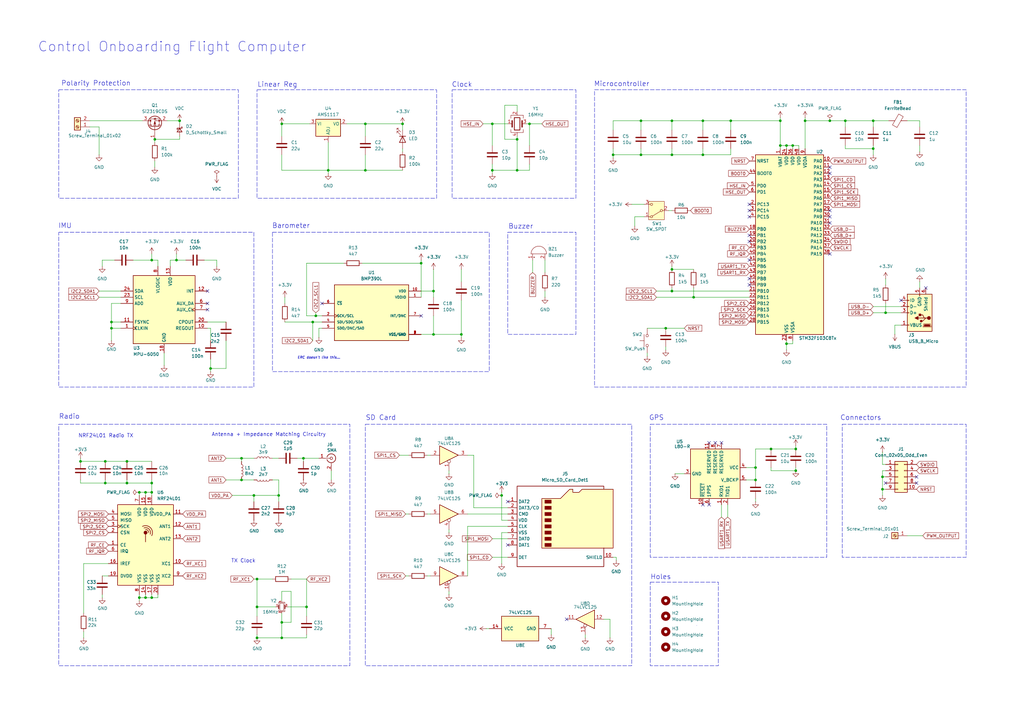
<source format=kicad_sch>
(kicad_sch (version 20231120) (generator "eeschema") (generator_version "8.0")
  (paper "A3")
  (title_block (title "Ctrl Onboarding Flight Computer") (company "Monash HPR"))
  (lib_symbols
    (symbol "74xx:74LVC125" (pin_names (offset 1.016))
      (property "Reference" "U" (at 0 1.27 0))
      (property "Value" "74LVC125" (at 0 -1.27 0))
      (symbol "74LVC125_1_0"
        (pin input inverted (at 0 -6.35 90) (length 4.445) (name "~") (number "1"))
        (pin input line (at -7.62 0 0) (length 3.81) (name "~") (number "2"))
        (pin tri_state line (at 7.62 0 180) (length 3.81) (name "~") (number "3"))
      )
      (symbol "74LVC125_2_0"
        (pin input inverted (at 0 -6.35 90) (length 4.445) (name "~") (number "4"))
        (pin input line (at -7.62 0 0) (length 3.81) (name "~") (number "5"))
        (pin tri_state line (at 7.62 0 180) (length 3.81) (name "~") (number "6"))
      )
      (symbol "74LVC125_3_0"
        (pin input inverted (at 0 -6.35 90) (length 4.445) (name "~") (number "10"))
        (pin tri_state line (at 7.62 0 180) (length 3.81) (name "~") (number "8"))
        (pin input line (at -7.62 0 0) (length 3.81) (name "~") (number "9"))
      )
      (symbol "74LVC125_4_0"
        (pin tri_state line (at 7.62 0 180) (length 3.81) (name "~") (number "11"))
        (pin input line (at -7.62 0 0) (length 3.81) (name "~") (number "12"))
        (pin input inverted (at 0 -6.35 90) (length 4.445) (name "~") (number "13"))
      )
      (symbol "74LVC125_5_0"
        (pin power_in line (at 0 12.7 270) (length 5.08) (name "VCC") (number "14"))
        (pin power_in line (at 0 -12.7 90) (length 5.08) (name "GND") (number "7"))
      )
    )
    (symbol "BMP390L:BMP390L" (pin_names (offset 1.016))
      (property "Reference" "U" (at -15.24 15.24 0))
      (property "Value" "BMP390L" (at -15.24 -15.24 0))
      (symbol "BMP390L_0_0"
        (pin power_in line (at 20.32 7.62 180) (length 5.08) (name "VDDIO") (number "1"))
        (pin power_in line (at 20.32 10.16 180) (length 5.08) (name "VDD") (number "10"))
        (pin input clock (at -20.32 0 0) (length 5.08) (name "SCK/SCL") (number "2"))
        (pin power_in line (at 20.32 -7.62 180) (length 5.08) (name "VSS/GND") (number "3"))
        (pin bidirectional line (at -20.32 -2.54 0) (length 5.08) (name "SDI/SDO/SDA") (number "4"))
        (pin bidirectional line (at -20.32 -5.08 0) (length 5.08) (name "SDO/DNC/SA0") (number "5"))
        (pin input line (at -20.32 5.08 0) (length 5.08) (name "~{CS}") (number "6"))
        (pin output line (at 20.32 0 180) (length 5.08) (name "INT/DNC") (number "7"))
        (pin power_in line (at 20.32 -7.62 180) (length 5.08) (name "VSS/GND") (number "8"))
        (pin power_in line (at 20.32 -7.62 180) (length 5.08) (name "VSS/GND") (number "9"))
      )
    )
    (symbol "Connector:Conn_Coaxial" (pin_names (offset 1.016) hide)
      (property "Reference" "J" (at 0.254 3.048 0))
      (property "Value" "Conn_Coaxial" (at 2.921 0 90))
      (symbol "Conn_Coaxial_1_1"
        (pin passive line (at -5.08 0 0) (length 2.54) (name "In") (number "1"))
        (pin passive line (at 0 -5.08 90) (length 2.54) (name "Ext") (number "2"))
      )
    )
    (symbol "Connector:Micro_SD_Card_Det1"
      (property "Reference" "J" (at -16.51 17.78 0))
      (property "Value" "Micro_SD_Card_Det1" (at 16.51 17.78 0))
      (symbol "Micro_SD_Card_Det1_1_1"
        (pin bidirectional line (at -22.86 10.16 0) (length 3.81) (name "DAT2") (number "1"))
        (pin passive line (at 20.32 -12.7 180) (length 3.81) (name "SHIELD") (number "10"))
        (pin bidirectional line (at -22.86 7.62 0) (length 3.81) (name "DAT3/CD") (number "2"))
        (pin input line (at -22.86 5.08 0) (length 3.81) (name "CMD") (number "3"))
        (pin power_in line (at -22.86 2.54 0) (length 3.81) (name "VDD") (number "4"))
        (pin input line (at -22.86 0 0) (length 3.81) (name "CLK") (number "5"))
        (pin power_in line (at -22.86 -2.54 0) (length 3.81) (name "VSS") (number "6"))
        (pin bidirectional line (at -22.86 -5.08 0) (length 3.81) (name "DAT0") (number "7"))
        (pin bidirectional line (at -22.86 -7.62 0) (length 3.81) (name "DAT1") (number "8"))
        (pin passive line (at -22.86 -12.7 0) (length 3.81) (name "DET") (number "9"))
      )
    )
    (symbol "Connector:Screw_Terminal_01x01" (pin_names (offset 1.016) hide)
      (property "Reference" "J" (at 0 2.54 0))
      (property "Value" "Screw_Terminal_01x01" (at 0 -2.54 0))
      (symbol "Screw_Terminal_01x01_1_1"
        (pin passive line (at -5.08 0 0) (length 3.81) (name "Pin_1") (number "1"))
      )
    )
    (symbol "Connector:Screw_Terminal_01x02" (pin_names (offset 1.016) hide)
      (property "Reference" "J" (at 0 2.54 0))
      (property "Value" "Screw_Terminal_01x02" (at 0 -5.08 0))
      (symbol "Screw_Terminal_01x02_1_1"
        (pin passive line (at -5.08 0 0) (length 3.81) (name "Pin_1") (number "1"))
        (pin passive line (at -5.08 -2.54 0) (length 3.81) (name "Pin_2") (number "2"))
      )
    )
    (symbol "Connector:USB_B_Micro" (pin_names (offset 1.016))
      (property "Reference" "J" (at -5.08 11.43 0))
      (property "Value" "USB_B_Micro" (at -5.08 8.89 0))
      (symbol "USB_B_Micro_1_1"
        (pin power_out line (at 7.62 5.08 180) (length 2.54) (name "VBUS") (number "1"))
        (pin bidirectional line (at 7.62 -2.54 180) (length 2.54) (name "D-") (number "2"))
        (pin bidirectional line (at 7.62 0 180) (length 2.54) (name "D+") (number "3"))
        (pin passive line (at 7.62 -5.08 180) (length 2.54) (name "ID") (number "4"))
        (pin power_out line (at 0 -10.16 90) (length 2.54) (name "GND") (number "5"))
        (pin passive line (at -2.54 -10.16 90) (length 2.54) (name "Shield") (number "6"))
      )
    )
    (symbol "Connector_Generic:Conn_02x05_Odd_Even" (pin_names (offset 1.016) hide)
      (property "Reference" "J" (at 1.27 7.62 0))
      (property "Value" "Conn_02x05_Odd_Even" (at 1.27 -7.62 0))
      (symbol "Conn_02x05_Odd_Even_1_1"
        (pin passive line (at -5.08 5.08 0) (length 3.81) (name "Pin_1") (number "1"))
        (pin passive line (at 7.62 -5.08 180) (length 3.81) (name "Pin_10") (number "10"))
        (pin passive line (at 7.62 5.08 180) (length 3.81) (name "Pin_2") (number "2"))
        (pin passive line (at -5.08 2.54 0) (length 3.81) (name "Pin_3") (number "3"))
        (pin passive line (at 7.62 2.54 180) (length 3.81) (name "Pin_4") (number "4"))
        (pin passive line (at -5.08 0 0) (length 3.81) (name "Pin_5") (number "5"))
        (pin passive line (at 7.62 0 180) (length 3.81) (name "Pin_6") (number "6"))
        (pin passive line (at -5.08 -2.54 0) (length 3.81) (name "Pin_7") (number "7"))
        (pin passive line (at 7.62 -2.54 180) (length 3.81) (name "Pin_8") (number "8"))
        (pin passive line (at -5.08 -5.08 0) (length 3.81) (name "Pin_9") (number "9"))
      )
    )
    (symbol "Device:Buzzer" (pin_names (offset 0.0254) hide)
      (property "Reference" "BZ" (at 3.81 1.27 0))
      (property "Value" "Buzzer" (at 3.81 -1.27 0))
      (symbol "Buzzer_1_1"
        (pin passive line (at -2.54 2.54 0) (length 2.54) (name "+") (number "1"))
        (pin passive line (at -2.54 -2.54 0) (length 2.54) (name "-") (number "2"))
      )
    )
    (symbol "Device:C" (pin_numbers hide) (pin_names (offset 0.254))
      (property "Reference" "C" (at 0.635 2.54 0))
      (property "Value" "C" (at 0.635 -2.54 0))
      (symbol "C_1_1"
        (pin passive line (at 0 3.81 270) (length 2.794) (name "~") (number "1"))
        (pin passive line (at 0 -3.81 90) (length 2.794) (name "~") (number "2"))
      )
    )
    (symbol "Device:Crystal_GND24" (pin_names (offset 1.016) hide)
      (property "Reference" "Y" (at 3.175 5.08 0))
      (property "Value" "Crystal_GND24" (at 3.175 3.175 0))
      (symbol "Crystal_GND24_1_1"
        (pin passive line (at -3.81 0 0) (length 1.27) (name "1") (number "1"))
        (pin passive line (at 0 5.08 270) (length 1.27) (name "2") (number "2"))
        (pin passive line (at 3.81 0 180) (length 1.27) (name "3") (number "3"))
        (pin passive line (at 0 -5.08 90) (length 1.27) (name "4") (number "4"))
      )
    )
    (symbol "Device:Crystal_GND24_Small" (pin_names (offset 1.016) hide)
      (property "Reference" "Y" (at 1.27 4.445 0))
      (property "Value" "Crystal_GND24_Small" (at 1.27 2.54 0))
      (symbol "Crystal_GND24_Small_1_1"
        (pin passive line (at -2.54 0 0) (length 1.27) (name "1") (number "1"))
        (pin passive line (at 0 -2.54 90) (length 0.635) (name "2") (number "2"))
        (pin passive line (at 2.54 0 180) (length 1.27) (name "3") (number "3"))
        (pin passive line (at 0 2.54 270) (length 0.635) (name "4") (number "4"))
      )
    )
    (symbol "Device:D_Schottky_Small" (pin_numbers hide) (pin_names (offset 0.254) hide)
      (property "Reference" "D" (at -1.27 2.032 0))
      (property "Value" "D_Schottky_Small" (at -7.112 -2.032 0))
      (symbol "D_Schottky_Small_1_1"
        (pin passive line (at -2.54 0 0) (length 1.778) (name "K") (number "1"))
        (pin passive line (at 2.54 0 180) (length 1.778) (name "A") (number "2"))
      )
    )
    (symbol "Device:FerriteBead" (pin_numbers hide) (pin_names (offset 0))
      (property "Reference" "FB" (at -3.81 0.635 90))
      (property "Value" "FerriteBead" (at 3.81 0 90))
      (symbol "FerriteBead_1_1"
        (pin passive line (at 0 3.81 270) (length 2.54) (name "~") (number "1"))
        (pin passive line (at 0 -3.81 90) (length 2.54) (name "~") (number "2"))
      )
    )
    (symbol "Device:L" (pin_numbers hide) (pin_names (offset 1.016) hide)
      (property "Reference" "L" (at -1.27 0 90))
      (property "Value" "L" (at 1.905 0 90))
      (symbol "L_1_1"
        (pin passive line (at 0 3.81 270) (length 1.27) (name "1") (number "1"))
        (pin passive line (at 0 -3.81 90) (length 1.27) (name "2") (number "2"))
      )
    )
    (symbol "Device:LED" (pin_numbers hide) (pin_names (offset 1.016) hide)
      (property "Reference" "D" (at 0 2.54 0))
      (property "Value" "LED" (at 0 -2.54 0))
      (symbol "LED_1_1"
        (pin passive line (at -3.81 0 0) (length 2.54) (name "K") (number "1"))
        (pin passive line (at 3.81 0 180) (length 2.54) (name "A") (number "2"))
      )
    )
    (symbol "Device:R" (pin_numbers hide) (pin_names (offset 0))
      (property "Reference" "R" (at 2.032 0 90))
      (property "Value" "R" (at 0 0 90))
      (symbol "R_1_1"
        (pin passive line (at 0 3.81 270) (length 1.27) (name "~") (number "1"))
        (pin passive line (at 0 -3.81 90) (length 1.27) (name "~") (number "2"))
      )
    )
    (symbol "GND_1" (power) (pin_numbers hide) (pin_names (offset 0) hide)
      (property "Value" "GND" (at 0 -3.81 0))
      (symbol "GND_1_1_1"
        (pin power_in line (at 0 0 270) (length 0) (name "~") (number "1"))
      )
    )
    (symbol "GND_2" (power) (pin_numbers hide) (pin_names (offset 0) hide)
      (property "Value" "GND" (at 0 -3.81 0))
      (symbol "GND_2_1_1"
        (pin power_in line (at 0 0 270) (length 0) (name "~") (number "1"))
      )
    )
    (symbol "MCU_ST_STM32F1:STM32F103C8Tx"
      (property "Reference" "U" (at -12.7 39.37 0))
      (property "Value" "STM32F103C8Tx" (at 10.16 39.37 0))
      (symbol "STM32F103C8Tx_1_1"
        (pin power_in line (at -2.54 40.64 270) (length 2.54) (name "VBAT") (number "1"))
        (pin bidirectional line (at 17.78 35.56 180) (length 2.54) (name "PA0") (number "10"))
        (pin bidirectional line (at 17.78 33.02 180) (length 2.54) (name "PA1") (number "11"))
        (pin bidirectional line (at 17.78 30.48 180) (length 2.54) (name "PA2") (number "12"))
        (pin bidirectional line (at 17.78 27.94 180) (length 2.54) (name "PA3") (number "13"))
        (pin bidirectional line (at 17.78 25.4 180) (length 2.54) (name "PA4") (number "14"))
        (pin bidirectional line (at 17.78 22.86 180) (length 2.54) (name "PA5") (number "15"))
        (pin bidirectional line (at 17.78 20.32 180) (length 2.54) (name "PA6") (number "16"))
        (pin bidirectional line (at 17.78 17.78 180) (length 2.54) (name "PA7") (number "17"))
        (pin bidirectional line (at -15.24 7.62 0) (length 2.54) (name "PB0") (number "18"))
        (pin bidirectional line (at -15.24 5.08 0) (length 2.54) (name "PB1") (number "19"))
        (pin bidirectional line (at -15.24 17.78 0) (length 2.54) (name "PC13") (number "2"))
        (pin bidirectional line (at -15.24 2.54 0) (length 2.54) (name "PB2") (number "20"))
        (pin bidirectional line (at -15.24 -17.78 0) (length 2.54) (name "PB10") (number "21"))
        (pin bidirectional line (at -15.24 -20.32 0) (length 2.54) (name "PB11") (number "22"))
        (pin power_in line (at 0 -38.1 90) (length 2.54) (name "VSS") (number "23"))
        (pin power_in line (at 0 40.64 270) (length 2.54) (name "VDD") (number "24"))
        (pin bidirectional line (at -15.24 -22.86 0) (length 2.54) (name "PB12") (number "25"))
        (pin bidirectional line (at -15.24 -25.4 0) (length 2.54) (name "PB13") (number "26"))
        (pin bidirectional line (at -15.24 -27.94 0) (length 2.54) (name "PB14") (number "27"))
        (pin bidirectional line (at -15.24 -30.48 0) (length 2.54) (name "PB15") (number "28"))
        (pin bidirectional line (at 17.78 15.24 180) (length 2.54) (name "PA8") (number "29"))
        (pin bidirectional line (at -15.24 15.24 0) (length 2.54) (name "PC14") (number "3"))
        (pin bidirectional line (at 17.78 12.7 180) (length 2.54) (name "PA9") (number "30"))
        (pin bidirectional line (at 17.78 10.16 180) (length 2.54) (name "PA10") (number "31"))
        (pin bidirectional line (at 17.78 7.62 180) (length 2.54) (name "PA11") (number "32"))
        (pin bidirectional line (at 17.78 5.08 180) (length 2.54) (name "PA12") (number "33"))
        (pin bidirectional line (at 17.78 2.54 180) (length 2.54) (name "PA13") (number "34"))
        (pin passive line (at 0 -38.1 90) (length 2.54) hide (name "VSS") (number "35"))
        (pin power_in line (at 2.54 40.64 270) (length 2.54) (name "VDD") (number "36"))
        (pin bidirectional line (at 17.78 0 180) (length 2.54) (name "PA14") (number "37"))
        (pin bidirectional line (at 17.78 -2.54 180) (length 2.54) (name "PA15") (number "38"))
        (pin bidirectional line (at -15.24 0 0) (length 2.54) (name "PB3") (number "39"))
        (pin bidirectional line (at -15.24 12.7 0) (length 2.54) (name "PC15") (number "4"))
        (pin bidirectional line (at -15.24 -2.54 0) (length 2.54) (name "PB4") (number "40"))
        (pin bidirectional line (at -15.24 -5.08 0) (length 2.54) (name "PB5") (number "41"))
        (pin bidirectional line (at -15.24 -7.62 0) (length 2.54) (name "PB6") (number "42"))
        (pin bidirectional line (at -15.24 -10.16 0) (length 2.54) (name "PB7") (number "43"))
        (pin input line (at -15.24 30.48 0) (length 2.54) (name "BOOT0") (number "44"))
        (pin bidirectional line (at -15.24 -12.7 0) (length 2.54) (name "PB8") (number "45"))
        (pin bidirectional line (at -15.24 -15.24 0) (length 2.54) (name "PB9") (number "46"))
        (pin passive line (at 0 -38.1 90) (length 2.54) hide (name "VSS") (number "47"))
        (pin power_in line (at 5.08 40.64 270) (length 2.54) (name "VDD") (number "48"))
        (pin bidirectional line (at -15.24 25.4 0) (length 2.54) (name "PD0") (number "5"))
        (pin bidirectional line (at -15.24 22.86 0) (length 2.54) (name "PD1") (number "6"))
        (pin input line (at -15.24 35.56 0) (length 2.54) (name "NRST") (number "7"))
        (pin power_in line (at 2.54 -38.1 90) (length 2.54) (name "VSSA") (number "8"))
        (pin power_in line (at 7.62 40.64 270) (length 2.54) (name "VDDA") (number "9"))
      )
    )
    (symbol "Mechanical:MountingHole" (pin_names (offset 1.016)) (exclude_from_sim yes) (in_bom no)
      (property "Reference" "H" (at 0 5.08 0))
      (property "Value" "MountingHole" (at 0 3.175 0))
    )
    (symbol "RF:NRF24L01" (pin_names (offset 1.016))
      (property "Reference" "U" (at -11.43 17.78 0))
      (property "Value" "NRF24L01" (at 5.08 17.78 0))
      (symbol "NRF24L01_1_1"
        (pin input line (at -15.24 0 0) (length 3.81) (name "CE") (number "1"))
        (pin passive line (at 15.24 -7.62 180) (length 3.81) (name "XC1") (number "10"))
        (pin power_out line (at 15.24 12.7 180) (length 3.81) (name "VDD_PA") (number "11"))
        (pin passive line (at 15.24 7.62 180) (length 3.81) (name "ANT1") (number "12"))
        (pin passive line (at 15.24 2.54 180) (length 3.81) (name "ANT2") (number "13"))
        (pin power_in line (at 0 -20.32 90) (length 3.81) (name "VSS") (number "14"))
        (pin power_in line (at 0 20.32 270) (length 3.81) (name "VDD") (number "15"))
        (pin passive line (at -15.24 -7.62 0) (length 3.81) (name "IREF") (number "16"))
        (pin power_in line (at 2.54 -20.32 90) (length 3.81) (name "VSS") (number "17"))
        (pin power_in line (at 2.54 20.32 270) (length 3.81) (name "VDD") (number "18"))
        (pin power_out line (at -15.24 -12.7 0) (length 3.81) (name "DVDD") (number "19"))
        (pin input line (at -15.24 5.08 0) (length 3.81) (name "CSN") (number "2"))
        (pin power_in line (at 5.08 -20.32 90) (length 3.81) (name "VSS") (number "20"))
        (pin input clock (at -15.24 7.62 0) (length 3.81) (name "SCK") (number "3"))
        (pin input line (at -15.24 12.7 0) (length 3.81) (name "MOSI") (number "4"))
        (pin output line (at -15.24 10.16 0) (length 3.81) (name "MISO") (number "5"))
        (pin output line (at -15.24 -2.54 0) (length 3.81) (name "IRQ") (number "6"))
        (pin power_in line (at -2.54 20.32 270) (length 3.81) (name "VDD") (number "7"))
        (pin power_in line (at -2.54 -20.32 90) (length 3.81) (name "VSS") (number "8"))
        (pin passive line (at 15.24 -12.7 180) (length 3.81) (name "XC2") (number "9"))
      )
    )
    (symbol "RF_GPS:L80-R"
      (property "Reference" "U" (at -10.16 11.43 0))
      (property "Value" "L80-R" (at 10.16 11.43 0))
      (symbol "L80-R_1_1"
        (pin input line (at 12.7 2.54 180) (length 2.54) (name "RXD1") (number "1"))
        (pin input line (at 12.7 -5.08 180) (length 2.54) (name "~{RESET}") (number "10"))
        (pin passive line (at -12.7 -2.54 0) (length 2.54) (name "RESERVED") (number "11"))
        (pin passive line (at 0 -12.7 90) (length 2.54) hide (name "GND") (number "12"))
        (pin output line (at 12.7 5.08 180) (length 2.54) (name "TXD1") (number "2"))
        (pin power_in line (at 0 -12.7 90) (length 2.54) (name "GND") (number "3"))
        (pin power_in line (at -2.54 12.7 270) (length 2.54) (name "VCC") (number "4"))
        (pin power_in line (at 2.54 12.7 270) (length 2.54) (name "V_BCKP") (number "5"))
        (pin output line (at 12.7 -2.54 180) (length 2.54) (name "1PPS") (number "6"))
        (pin passive line (at -12.7 2.54 0) (length 2.54) (name "RESERVED") (number "7"))
        (pin passive line (at -12.7 0 0) (length 2.54) (name "RESERVED") (number "8"))
        (pin no_connect line (at 10.16 0 180) (length 2.54) hide (name "NC") (number "9"))
      )
    )
    (symbol "Regulator_Linear:AMS1117"
      (property "Reference" "U" (at -3.81 3.175 0))
      (property "Value" "AMS1117" (at 0 3.175 0))
      (symbol "AMS1117_1_1"
        (pin input line (at 0 -7.62 90) (length 2.54) (name "ADJ") (number "1"))
        (pin power_out line (at 7.62 0 180) (length 2.54) (name "VO") (number "2"))
        (pin power_in line (at -7.62 0 0) (length 2.54) (name "VI") (number "3"))
      )
    )
    (symbol "Sensor_Motion:MPU-6050"
      (property "Reference" "U" (at -11.43 13.97 0))
      (property "Value" "MPU-6050" (at 7.62 -15.24 0))
      (symbol "MPU-6050_0_0"
        (text "" (at 12.7 -2.54 0) (effects (font (size 1.27 1.27))))
      )
      (symbol "MPU-6050_1_1"
        (pin input clock (at -17.78 -7.62 0) (length 5.08) (name "CLKIN") (number "1"))
        (pin passive line (at 17.78 -7.62 180) (length 5.08) (name "REGOUT") (number "10"))
        (pin input line (at -17.78 -5.08 0) (length 5.08) (name "FSYNC") (number "11"))
        (pin output line (at 17.78 7.62 180) (length 5.08) (name "INT") (number "12"))
        (pin power_in line (at 2.54 17.78 270) (length 3.81) (name "VDD") (number "13"))
        (pin no_connect line (at -12.7 -10.16 0) (length 2.54) hide (name "NC") (number "14"))
        (pin no_connect line (at 12.7 12.7 180) (length 2.54) hide (name "NC") (number "15"))
        (pin no_connect line (at 12.7 10.16 180) (length 2.54) hide (name "NC") (number "16"))
        (pin no_connect line (at 12.7 5.08 180) (length 2.54) hide (name "NC") (number "17"))
        (pin power_in line (at 0 -17.78 90) (length 3.81) (name "GND") (number "18"))
        (pin no_connect line (at 12.7 -10.16 180) (length 2.54) hide (name "RESV") (number "19"))
        (pin no_connect line (at -12.7 12.7 0) (length 2.54) hide (name "NC") (number "2"))
        (pin passive line (at 17.78 -5.08 180) (length 5.08) (name "CPOUT") (number "20"))
        (pin no_connect line (at 12.7 -2.54 180) (length 2.54) hide (name "RESV") (number "21"))
        (pin no_connect line (at 12.7 -12.7 180) (length 2.54) hide (name "RESV") (number "22"))
        (pin input line (at -17.78 5.08 0) (length 5.08) (name "SCL") (number "23"))
        (pin bidirectional line (at -17.78 7.62 0) (length 5.08) (name "SDA") (number "24"))
        (pin no_connect line (at -12.7 10.16 0) (length 2.54) hide (name "NC") (number "3"))
        (pin no_connect line (at -12.7 0 0) (length 2.54) hide (name "NC") (number "4"))
        (pin no_connect line (at -12.7 -2.54 0) (length 2.54) hide (name "NC") (number "5"))
        (pin bidirectional line (at 17.78 2.54 180) (length 5.08) (name "AUX_DA") (number "6"))
        (pin output clock (at 17.78 0 180) (length 5.08) (name "AUX_CL") (number "7"))
        (pin power_in line (at -2.54 17.78 270) (length 3.81) (name "VLOGIC") (number "8"))
        (pin input line (at -17.78 2.54 0) (length 5.08) (name "AD0") (number "9"))
      )
    )
    (symbol "Si2319CDS_1" (pin_names hide)
      (property "Reference" "Q" (at 5.08 1.905 0))
      (property "Value" "Si2319CDS" (at 5.08 0 0))
      (symbol "Si2319CDS_1_1_1"
        (pin input line (at -5.08 0 0) (length 2.54) (name "G") (number "1"))
        (pin passive line (at 2.54 -5.08 90) (length 2.54) (name "S") (number "2"))
        (pin passive line (at 2.54 5.08 270) (length 2.54) (name "D") (number "3"))
      )
    )
    (symbol "Switch:SW_Push" (pin_numbers hide) (pin_names (offset 1.016) hide)
      (property "Reference" "SW" (at 1.27 2.54 0))
      (property "Value" "SW_Push" (at 0 -1.524 0))
      (symbol "SW_Push_0_1"
        (pin passive line (at -5.08 0 0) (length 2.54) (name "1") (number "1"))
        (pin passive line (at 5.08 0 180) (length 2.54) (name "2") (number "2"))
      )
    )
    (symbol "Switch:SW_SPDT" (pin_names (offset 0) hide)
      (property "Reference" "SW" (at 0 5.08 0))
      (property "Value" "SW_SPDT" (at 0 -5.08 0))
      (symbol "SW_SPDT_1_1"
        (pin passive line (at 5.08 2.54 180) (length 2.54) (name "A") (number "1"))
        (pin passive line (at -5.08 0 0) (length 2.54) (name "B") (number "2"))
        (pin passive line (at 5.08 -2.54 180) (length 2.54) (name "C") (number "3"))
      )
    )
    (symbol "VDC_1" (power) (pin_numbers hide) (pin_names (offset 0) hide)
      (property "Value" "VDC" (at 0 3.556 0))
      (symbol "VDC_1_1_1"
        (pin power_in line (at 0 0 90) (length 0) (name "~") (number "1"))
      )
    )
    (symbol "power:+3.3V" (power) (pin_numbers hide) (pin_names (offset 0) hide)
      (property "Value" "+3.3V" (at 0 3.556 0))
      (symbol "+3.3V_1_1"
        (pin power_in line (at 0 0 90) (length 0) (name "~") (number "1"))
      )
    )
    (symbol "power:GND" (power) (pin_numbers hide) (pin_names (offset 0) hide)
      (property "Value" "GND" (at 0 -3.81 0))
      (symbol "GND_1_1"
        (pin power_in line (at 0 0 270) (length 0) (name "~") (number "1"))
      )
    )
    (symbol "power:PWR_FLAG" (power) (pin_numbers hide) (pin_names (offset 0) hide)
      (property "Value" "PWR_FLAG" (at 0 3.81 0))
      (symbol "PWR_FLAG_0_0"
        (pin power_out line (at 0 0 90) (length 0) (name "~") (number "1"))
      )
    )
    (symbol "power:VBUS" (power) (pin_numbers hide) (pin_names (offset 0) hide)
      (property "Value" "VBUS" (at 0 3.556 0))
      (symbol "VBUS_1_1"
        (pin power_in line (at 0 0 90) (length 0) (name "~") (number "1"))
      )
    )
  )
  (junction (at 128.27 132.08))
  (junction (at 322.58 140.97))
  (junction (at 217.17 50.8))
  (junction (at 62.23 201.93))
  (junction (at 43.18 198.12))
  (junction (at 57.15 245.11))
  (junction (at 105.41 237.49))
  (junction (at 52.07 189.23))
  (junction (at 330.2 49.53))
  (junction (at 105.41 248.92))
  (junction (at 104.14 203.2))
  (junction (at 363.22 128.27))
  (junction (at 288.29 63.5))
  (junction (at 129.54 129.54))
  (junction (at 326.39 184.15))
  (junction (at 114.3 203.2))
  (junction (at 73.66 49.53))
  (junction (at 205.74 203.2))
  (junction (at 177.8 137.16))
  (junction (at 99.06 187.96))
  (junction (at 45.72 134.62))
  (junction (at 320.04 49.53))
  (junction (at 262.89 63.5))
  (junction (at 62.23 106.68))
  (junction (at 59.69 201.93))
  (junction (at 189.23 137.16))
  (junction (at 115.57 255.27))
  (junction (at 262.89 49.53))
  (junction (at 72.39 106.68))
  (junction (at 59.69 245.11))
  (junction (at 105.41 261.62))
  (junction (at 361.95 200.66))
  (junction (at 358.14 49.53))
  (junction (at 33.02 189.23))
  (junction (at 45.72 132.08))
  (junction (at 57.15 201.93))
  (junction (at 62.23 245.11))
  (junction (at 201.93 50.8))
  (junction (at 212.09 69.85))
  (junction (at 275.59 110.49))
  (junction (at 125.73 248.92))
  (junction (at 322.58 59.69))
  (junction (at 275.59 63.5))
  (junction (at 149.86 50.8))
  (junction (at 275.59 49.53))
  (junction (at 309.88 191.77))
  (junction (at 52.07 198.12))
  (junction (at 99.06 196.85))
  (junction (at 361.95 195.58))
  (junction (at 124.46 187.96))
  (junction (at 43.18 189.23))
  (junction (at 325.12 59.69))
  (junction (at 346.71 49.53))
  (junction (at 212.09 57.15))
  (junction (at 251.46 63.5))
  (junction (at 299.72 49.53))
  (junction (at 316.23 184.15))
  (junction (at 86.36 151.13))
  (junction (at 358.14 60.96))
  (junction (at 326.39 193.04))
  (junction (at 62.23 198.12))
  (junction (at 201.93 69.85))
  (junction (at 63.5 57.15))
  (junction (at 288.29 49.53))
  (junction (at 172.72 107.95))
  (junction (at 149.86 69.85))
  (junction (at 275.59 119.38))
  (junction (at 177.8 119.38))
  (junction (at 273.05 134.62))
  (junction (at 115.57 261.62))
  (junction (at 320.04 59.69))
  (junction (at 134.62 69.85))
  (junction (at 340.36 49.53))
  (junction (at 115.57 50.8))
  (junction (at 284.48 121.92))
  (junction (at 165.1 50.8))
  (junction (at 309.88 196.85))
  (no_connect (at 307.34 116.84))
  (no_connect (at 307.34 114.3))
  (no_connect (at 363.22 198.12))
  (no_connect (at 379.73 118.11))
  (no_connect (at 340.36 104.14))
  (no_connect (at 290.83 181.61))
  (no_connect (at 208.28 205.74))
  (no_connect (at 295.91 181.61))
  (no_connect (at 293.37 181.61))
  (no_connect (at 85.09 124.46))
  (no_connect (at 290.83 207.01))
  (no_connect (at 340.36 91.44))
  (no_connect (at 172.72 129.54))
  (no_connect (at 132.08 124.46))
  (no_connect (at 307.34 106.68))
  (no_connect (at 208.28 223.52))
  (no_connect (at 307.34 83.82))
  (no_connect (at 307.34 88.9))
  (no_connect (at 307.34 86.36))
  (no_connect (at 340.36 86.36))
  (no_connect (at 375.92 198.12))
  (no_connect (at 340.36 71.12))
  (no_connect (at 307.34 99.06))
  (no_connect (at 85.09 127))
  (no_connect (at 369.57 123.19))
  (no_connect (at 85.09 119.38))
  (no_connect (at 288.29 207.01))
  (no_connect (at 307.34 96.52))
  (no_connect (at 340.36 68.58))
  (no_connect (at 375.92 195.58))
  (no_connect (at 340.36 88.9))
  (no_connect (at 232.41 254))
  (wire (pts (xy 130.81 134.62) (xy 132.08 134.62)))
  (wire (pts (xy 201.93 67.31) (xy 201.93 69.85)))
  (wire (pts (xy 205.74 213.36) (xy 208.28 213.36)))
  (wire (pts (xy 49.53 132.08) (xy 45.72 132.08)))
  (wire (pts (xy 358.14 60.96) (xy 358.14 59.69)))
  (wire (pts (xy 129.54 128.27) (xy 129.54 129.54)))
  (wire (pts (xy 201.93 69.85) (xy 212.09 69.85)))
  (wire (pts (xy 172.72 107.95) (xy 172.72 121.92)))
  (wire (pts (xy 134.62 69.85) (xy 134.62 71.12)))
  (wire (pts (xy 295.91 207.01) (xy 295.91 212.09)))
  (wire (pts (xy 130.81 138.43) (xy 130.81 134.62)))
  (wire (pts (xy 274.32 86.36) (xy 275.59 86.36)))
  (wire (pts (xy 177.8 137.16) (xy 189.23 137.16)))
  (wire (pts (xy 125.73 237.49) (xy 125.73 248.92)))
  (wire (pts (xy 201.93 50.8) (xy 201.93 59.69)))
  (wire (pts (xy 165.1 60.96) (xy 165.1 62.23)))
  (wire (pts (xy 205.74 218.44) (xy 208.28 218.44)))
  (wire (pts (xy 149.86 50.8) (xy 165.1 50.8)))
  (wire (pts (xy 199.39 257.81) (xy 200.66 257.81)))
  (wire (pts (xy 330.2 49.53) (xy 330.2 60.96)))
  (wire (pts (xy 288.29 60.96) (xy 288.29 63.5)))
  (wire (pts (xy 358.14 128.27) (xy 363.22 128.27)))
  (wire (pts (xy 346.71 49.53) (xy 346.71 52.07)))
  (wire (pts (xy 184.15 217.17) (xy 184.15 218.44)))
  (wire (pts (xy 105.41 248.92) (xy 113.03 248.92)))
  (wire (pts (xy 177.8 119.38) (xy 177.8 121.92)))
  (wire (pts (xy 217.17 50.8) (xy 215.9 50.8)))
  (wire (pts (xy 52.07 198.12) (xy 62.23 198.12)))
  (wire (pts (xy 134.62 69.85) (xy 149.86 69.85)))
  (wire (pts (xy 69.85 109.22) (xy 69.85 106.68)))
  (wire (pts (xy 260.35 88.9) (xy 264.16 88.9)))
  (wire (pts (xy 198.12 50.8) (xy 201.93 50.8)))
  (wire (pts (xy 367.03 137.16) (xy 367.03 133.35)))
  (wire (pts (xy 361.95 195.58) (xy 363.22 195.58)))
  (wire (pts (xy 191.77 215.9) (xy 191.77 236.22)))
  (wire (pts (xy 62.23 201.93) (xy 62.23 203.2)))
  (wire (pts (xy 86.36 147.32) (xy 86.36 151.13)))
  (wire (pts (xy 129.54 129.54) (xy 125.73 129.54)))
  (wire (pts (xy 275.59 119.38) (xy 307.34 119.38)))
  (wire (pts (xy 346.71 59.69) (xy 346.71 60.96)))
  (wire (pts (xy 177.8 110.49) (xy 177.8 119.38)))
  (wire (pts (xy 217.17 50.8) (xy 222.25 50.8)))
  (wire (pts (xy 115.57 63.5) (xy 115.57 69.85)))
  (wire (pts (xy 262.89 63.5) (xy 251.46 63.5)))
  (wire (pts (xy 252.73 228.6) (xy 252.73 229.87)))
  (wire (pts (xy 377.19 52.07) (xy 377.19 49.53)))
  (wire (pts (xy 105.41 248.92) (xy 105.41 252.73)))
  (wire (pts (xy 322.58 59.69) (xy 325.12 59.69)))
  (wire (pts (xy 33.02 187.96) (xy 33.02 189.23)))
  (wire (pts (xy 361.95 200.66) (xy 363.22 200.66)))
  (wire (pts (xy 134.62 58.42) (xy 134.62 69.85)))
  (wire (pts (xy 299.72 49.53) (xy 299.72 53.34)))
  (wire (pts (xy 191.77 210.82) (xy 208.28 210.82)))
  (wire (pts (xy 72.39 104.14) (xy 72.39 106.68)))
  (wire (pts (xy 115.57 242.57) (xy 119.38 242.57)))
  (wire (pts (xy 251.46 60.96) (xy 251.46 63.5)))
  (wire (pts (xy 320.04 59.69) (xy 320.04 60.96)))
  (wire (pts (xy 149.86 50.8) (xy 149.86 55.88)))
  (wire (pts (xy 124.46 189.23) (xy 124.46 187.96)))
  (wire (pts (xy 59.69 201.93) (xy 59.69 203.2)))
  (wire (pts (xy 251.46 228.6) (xy 252.73 228.6)))
  (wire (pts (xy 177.8 129.54) (xy 177.8 137.16)))
  (wire (pts (xy 92.71 187.96) (xy 99.06 187.96)))
  (wire (pts (xy 322.58 59.69) (xy 322.58 60.96)))
  (wire (pts (xy 201.93 50.8) (xy 208.28 50.8)))
  (wire (pts (xy 212.09 57.15) (xy 212.09 69.85)))
  (wire (pts (xy 191.77 186.69) (xy 194.31 186.69)))
  (wire (pts (xy 119.38 242.57) (xy 119.38 255.27)))
  (wire (pts (xy 86.36 134.62) (xy 86.36 139.7)))
  (wire (pts (xy 212.09 57.15) (xy 207.01 57.15)))
  (wire (pts (xy 62.23 243.84) (xy 62.23 245.11)))
  (wire (pts (xy 114.3 203.2) (xy 114.3 205.74)))
  (wire (pts (xy 201.93 69.85) (xy 201.93 71.12)))
  (wire (pts (xy 125.73 107.95) (xy 140.97 107.95)))
  (wire (pts (xy 86.36 151.13) (xy 86.36 152.4)))
  (wire (pts (xy 205.74 203.2) (xy 205.74 201.93)))
  (wire (pts (xy 288.29 49.53) (xy 275.59 49.53)))
  (wire (pts (xy 284.48 118.11) (xy 284.48 121.92)))
  (wire (pts (xy 275.59 60.96) (xy 275.59 63.5)))
  (wire (pts (xy 105.41 261.62) (xy 115.57 261.62)))
  (wire (pts (xy 346.71 60.96) (xy 358.14 60.96)))
  (wire (pts (xy 172.72 106.68) (xy 172.72 107.95)))
  (wire (pts (xy 175.26 236.22) (xy 176.53 236.22)))
  (wire (pts (xy 378.46 219.71) (xy 372.11 219.71)))
  (wire (pts (xy 191.77 215.9) (xy 208.28 215.9)))
  (wire (pts (xy 124.46 187.96) (xy 121.92 187.96)))
  (wire (pts (xy 62.23 198.12) (xy 62.23 196.85)))
  (wire (pts (xy 322.58 140.97) (xy 325.12 140.97)))
  (wire (pts (xy 67.31 144.78) (xy 67.31 149.86)))
  (wire (pts (xy 251.46 49.53) (xy 251.46 53.34)))
  (wire (pts (xy 201.93 228.6) (xy 208.28 228.6)))
  (wire (pts (xy 172.72 119.38) (xy 177.8 119.38)))
  (wire (pts (xy 316.23 193.04) (xy 326.39 193.04)))
  (wire (pts (xy 205.74 213.36) (xy 205.74 203.2)))
  (wire (pts (xy 320.04 49.53) (xy 299.72 49.53)))
  (wire (pts (xy 119.38 255.27) (xy 115.57 255.27)))
  (wire (pts (xy 175.26 186.69) (xy 176.53 186.69)))
  (wire (pts (xy 148.59 107.95) (xy 172.72 107.95)))
  (wire (pts (xy 288.29 63.5) (xy 275.59 63.5)))
  (wire (pts (xy 57.15 203.2) (xy 57.15 201.93)))
  (wire (pts (xy 105.41 237.49) (xy 111.76 237.49)))
  (wire (pts (xy 309.88 204.47) (xy 309.88 205.74)))
  (wire (pts (xy 184.15 193.04) (xy 184.15 194.31)))
  (wire (pts (xy 62.23 104.14) (xy 62.23 106.68)))
  (wire (pts (xy 306.07 191.77) (xy 309.88 191.77)))
  (wire (pts (xy 41.91 236.22) (xy 44.45 236.22)))
  (wire (pts (xy 299.72 49.53) (xy 288.29 49.53)))
  (wire (pts (xy 358.14 60.96) (xy 358.14 63.5)))
  (wire (pts (xy 116.84 132.08) (xy 128.27 132.08)))
  (wire (pts (xy 116.84 121.92) (xy 116.84 124.46)))
  (wire (pts (xy 189.23 123.19) (xy 189.23 137.16)))
  (wire (pts (xy 275.59 63.5) (xy 262.89 63.5)))
  (wire (pts (xy 320.04 48.26) (xy 320.04 49.53)))
  (wire (pts (xy 149.86 63.5) (xy 149.86 69.85)))
  (wire (pts (xy 165.1 50.8) (xy 165.1 53.34)))
  (wire (pts (xy 320.04 59.69) (xy 322.58 59.69)))
  (wire (pts (xy 40.64 52.07) (xy 40.64 63.5)))
  (wire (pts (xy 125.73 261.62) (xy 125.73 260.35)))
  (wire (pts (xy 83.82 106.68) (xy 88.9 106.68)))
  (wire (pts (xy 45.72 134.62) (xy 45.72 139.7)))
  (wire (pts (xy 194.31 186.69) (xy 194.31 208.28)))
  (wire (pts (xy 92.71 196.85) (xy 99.06 196.85)))
  (wire (pts (xy 64.77 245.11) (xy 64.77 243.84)))
  (wire (pts (xy 189.23 110.49) (xy 189.23 115.57)))
  (wire (pts (xy 36.83 49.53) (xy 58.42 49.53)))
  (wire (pts (xy 316.23 184.15) (xy 326.39 184.15)))
  (wire (pts (xy 361.95 200.66) (xy 361.95 203.2)))
  (wire (pts (xy 361.95 195.58) (xy 361.95 200.66)))
  (wire (pts (xy 62.23 245.11) (xy 64.77 245.11)))
  (wire (pts (xy 330.2 49.53) (xy 340.36 49.53)))
  (wire (pts (xy 52.07 189.23) (xy 43.18 189.23)))
  (wire (pts (xy 217.17 69.85) (xy 217.17 67.31)))
  (wire (pts (xy 358.14 49.53) (xy 358.14 52.07)))
  (wire (pts (xy 73.66 49.53) (xy 73.66 50.8)))
  (wire (pts (xy 57.15 201.93) (xy 59.69 201.93)))
  (wire (pts (xy 325.12 59.69) (xy 327.66 59.69)))
  (wire (pts (xy 104.14 237.49) (xy 105.41 237.49)))
  (wire (pts (xy 62.23 106.68) (xy 64.77 106.68)))
  (wire (pts (xy 163.83 186.69) (xy 167.64 186.69)))
  (wire (pts (xy 49.53 124.46) (xy 45.72 124.46)))
  (wire (pts (xy 33.02 198.12) (xy 33.02 196.85)))
  (wire (pts (xy 115.57 69.85) (xy 134.62 69.85)))
  (wire (pts (xy 41.91 106.68) (xy 41.91 109.22)))
  (wire (pts (xy 217.17 59.69) (xy 217.17 50.8)))
  (wire (pts (xy 115.57 50.8) (xy 127 50.8)))
  (wire (pts (xy 63.5 57.15) (xy 73.66 57.15)))
  (wire (pts (xy 320.04 49.53) (xy 320.04 59.69)))
  (wire (pts (xy 212.09 69.85) (xy 217.17 69.85)))
  (wire (pts (xy 59.69 245.11) (xy 62.23 245.11)))
  (wire (pts (xy 269.24 121.92) (xy 284.48 121.92)))
  (wire (pts (xy 218.44 106.68) (xy 218.44 111.76)))
  (wire (pts (xy 269.24 119.38) (xy 275.59 119.38)))
  (wire (pts (xy 63.5 58.42) (xy 63.5 57.15)))
  (wire (pts (xy 62.23 198.12) (xy 62.23 201.93)))
  (wire (pts (xy 45.72 134.62) (xy 49.53 134.62)))
  (wire (pts (xy 226.06 260.35) (xy 226.06 257.81)))
  (wire (pts (xy 85.09 132.08) (xy 92.71 132.08)))
  (wire (pts (xy 62.23 189.23) (xy 52.07 189.23)))
  (wire (pts (xy 240.03 260.35) (xy 240.03 261.62)))
  (wire (pts (xy 63.5 66.04) (xy 63.5 68.58)))
  (wire (pts (xy 299.72 63.5) (xy 288.29 63.5)))
  (wire (pts (xy 363.22 124.46) (xy 363.22 128.27)))
  (wire (pts (xy 125.73 252.73) (xy 125.73 248.92)))
  (wire (pts (xy 275.59 118.11) (xy 275.59 119.38)))
  (wire (pts (xy 40.64 119.38) (xy 49.53 119.38)))
  (wire (pts (xy 88.9 106.68) (xy 88.9 109.22)))
  (wire (pts (xy 250.19 254) (xy 250.19 261.62)))
  (wire (pts (xy 166.37 236.22) (xy 167.64 236.22)))
  (wire (pts (xy 128.27 139.7) (xy 128.27 132.08)))
  (wire (pts (xy 104.14 205.74) (xy 104.14 203.2)))
  (wire (pts (xy 115.57 261.62) (xy 125.73 261.62)))
  (wire (pts (xy 130.81 187.96) (xy 124.46 187.96)))
  (wire (pts (xy 262.89 60.96) (xy 262.89 63.5)))
  (wire (pts (xy 104.14 196.85) (xy 99.06 196.85)))
  (wire (pts (xy 275.59 49.53) (xy 275.59 53.34)))
  (wire (pts (xy 128.27 132.08) (xy 132.08 132.08)))
  (wire (pts (xy 326.39 191.77) (xy 326.39 193.04)))
  (wire (pts (xy 325.12 139.7) (xy 325.12 140.97)))
  (wire (pts (xy 364.49 49.53) (xy 358.14 49.53)))
  (wire (pts (xy 363.22 114.3) (xy 363.22 116.84)))
  (wire (pts (xy 115.57 50.8) (xy 115.57 55.88)))
  (wire (pts (xy 104.14 187.96) (xy 99.06 187.96)))
  (wire (pts (xy 41.91 245.11) (xy 41.91 243.84)))
  (wire (pts (xy 62.23 106.68) (xy 54.61 106.68)))
  (wire (pts (xy 306.07 196.85) (xy 309.88 196.85)))
  (wire (pts (xy 275.59 109.22) (xy 275.59 110.49)))
  (wire (pts (xy 43.18 198.12) (xy 52.07 198.12)))
  (wire (pts (xy 247.65 254) (xy 250.19 254)))
  (wire (pts (xy 36.83 52.07) (xy 40.64 52.07)))
  (wire (pts (xy 166.37 210.82) (xy 167.64 210.82)))
  (wire (pts (xy 207.01 43.18) (xy 212.09 43.18)))
  (wire (pts (xy 118.11 248.92) (xy 125.73 248.92)))
  (wire (pts (xy 175.26 210.82) (xy 176.53 210.82)))
  (wire (pts (xy 105.41 237.49) (xy 105.41 248.92)))
  (wire (pts (xy 73.66 57.15) (xy 73.66 55.88)))
  (wire (pts (xy 265.43 134.62) (xy 273.05 134.62)))
  (wire (pts (xy 45.72 124.46) (xy 45.72 132.08)))
  (wire (pts (xy 358.14 125.73) (xy 369.57 125.73)))
  (wire (pts (xy 363.22 190.5) (xy 361.95 190.5)))
  (wire (pts (xy 260.35 92.71) (xy 260.35 88.9)))
  (wire (pts (xy 33.02 198.12) (xy 43.18 198.12)))
  (wire (pts (xy 45.72 132.08) (xy 45.72 134.62)))
  (wire (pts (xy 59.69 201.93) (xy 62.23 201.93)))
  (wire (pts (xy 322.58 139.7) (xy 322.58 140.97)))
  (wire (pts (xy 34.29 231.14) (xy 34.29 251.46)))
  (wire (pts (xy 262.89 49.53) (xy 251.46 49.53)))
  (wire (pts (xy 69.85 106.68) (xy 72.39 106.68)))
  (wire (pts (xy 316.23 191.77) (xy 316.23 193.04)))
  (wire (pts (xy 212.09 55.88) (xy 212.09 57.15)))
  (wire (pts (xy 322.58 143.51) (xy 322.58 140.97)))
  (wire (pts (xy 52.07 196.85) (xy 52.07 198.12)))
  (wire (pts (xy 99.06 187.96) (xy 99.06 189.23)))
  (wire (pts (xy 46.99 106.68) (xy 41.91 106.68)))
  (wire (pts (xy 309.88 191.77) (xy 309.88 184.15)))
  (wire (pts (xy 43.18 189.23) (xy 33.02 189.23)))
  (wire (pts (xy 114.3 187.96) (xy 111.76 187.96)))
  (wire (pts (xy 57.15 243.84) (xy 57.15 245.11)))
  (wire (pts (xy 43.18 196.85) (xy 43.18 198.12)))
  (wire (pts (xy 273.05 142.24) (xy 273.05 143.51)))
  (wire (pts (xy 165.1 69.85) (xy 149.86 69.85)))
  (wire (pts (xy 346.71 49.53) (xy 358.14 49.53)))
  (wire (pts (xy 72.39 106.68) (xy 76.2 106.68)))
  (wire (pts (xy 325.12 59.69) (xy 325.12 60.96)))
  (wire (pts (xy 205.74 218.44) (xy 205.74 231.14)))
  (wire (pts (xy 184.15 242.57) (xy 184.15 243.84)))
  (wire (pts (xy 105.41 261.62) (xy 105.41 260.35)))
  (wire (pts (xy 86.36 151.13) (xy 92.71 151.13)))
  (wire (pts (xy 129.54 129.54) (xy 132.08 129.54)))
  (wire (pts (xy 361.95 193.04) (xy 361.95 195.58)))
  (wire (pts (xy 363.22 193.04) (xy 361.95 193.04)))
  (wire (pts (xy 104.14 203.2) (xy 95.25 203.2)))
  (wire (pts (xy 92.71 151.13) (xy 92.71 139.7)))
  (wire (pts (xy 115.57 242.57) (xy 115.57 246.38)))
  (wire (pts (xy 59.69 243.84) (xy 59.69 245.11)))
  (wire (pts (xy 68.58 49.53) (xy 73.66 49.53)))
  (wire (pts (xy 367.03 133.35) (xy 369.57 133.35)))
  (wire (pts (xy 135.89 196.85) (xy 135.89 193.04)))
  (wire (pts (xy 201.93 220.98) (xy 208.28 220.98)))
  (wire (pts (xy 114.3 196.85) (xy 114.3 203.2)))
  (wire (pts (xy 125.73 129.54) (xy 125.73 107.95)))
  (wire (pts (xy 275.59 110.49) (xy 284.48 110.49)))
  (wire (pts (xy 64.77 106.68) (xy 64.77 109.22)))
  (wire (pts (xy 57.15 245.11) (xy 59.69 245.11)))
  (wire (pts (xy 34.29 261.62) (xy 34.29 259.08)))
  (wire (pts (xy 326.39 182.88) (xy 326.39 184.15)))
  (wire (pts (xy 115.57 255.27) (xy 115.57 261.62)))
  (wire (pts (xy 340.36 49.53) (xy 346.71 49.53)))
  (wire (pts (xy 57.15 245.11) (xy 57.15 246.38)))
  (wire (pts (xy 298.45 207.01) (xy 298.45 212.09)))
  (wire (pts (xy 251.46 63.5) (xy 251.46 64.77)))
  (wire (pts (xy 262.89 49.53) (xy 262.89 53.34)))
  (wire (pts (xy 34.29 231.14) (xy 44.45 231.14)))
  (wire (pts (xy 265.43 144.78) (xy 265.43 146.05)))
  (wire (pts (xy 85.09 134.62) (xy 86.36 134.62)))
  (wire (pts (xy 377.19 62.23) (xy 377.19 59.69)))
  (wire (pts (xy 119.38 237.49) (xy 125.73 237.49)))
  (wire (pts (xy 189.23 137.16) (xy 189.23 138.43)))
  (wire (pts (xy 114.3 196.85) (xy 111.76 196.85)))
  (wire (pts (xy 327.66 59.69) (xy 327.66 60.96)))
  (wire (pts (xy 309.88 184.15) (xy 316.23 184.15)))
  (wire (pts (xy 194.31 208.28) (xy 208.28 208.28)))
  (wire (pts (xy 330.2 48.26) (xy 330.2 49.53)))
  (wire (pts (xy 309.88 191.77) (xy 309.88 196.85)))
  (wire (pts (xy 361.95 190.5) (xy 361.95 185.42)))
  (wire (pts (xy 223.52 121.92) (xy 223.52 119.38)))
  (wire (pts (xy 280.67 194.31) (xy 276.86 194.31)))
  (wire (pts (xy 284.48 121.92) (xy 307.34 121.92)))
  (wire (pts (xy 299.72 60.96) (xy 299.72 63.5)))
  (wire (pts (xy 288.29 49.53) (xy 288.29 53.34)))
  (wire (pts (xy 212.09 43.18) (xy 212.09 45.72)))
  (wire (pts (xy 377.19 118.11) (xy 377.19 115.57)))
  (wire (pts (xy 377.19 49.53) (xy 372.11 49.53)))
  (wire (pts (xy 142.24 50.8) (xy 149.86 50.8)))
  (wire (pts (xy 275.59 49.53) (xy 262.89 49.53)))
  (wire (pts (xy 363.22 128.27) (xy 369.57 128.27)))
  (wire (pts (xy 223.52 106.68) (xy 223.52 111.76)))
  (wire (pts (xy 259.08 83.82) (xy 264.16 83.82)))
  (wire (pts (xy 104.14 203.2) (xy 114.3 203.2)))
  (wire (pts (xy 207.01 57.15) (xy 207.01 43.18)))
  (wire (pts (xy 273.05 134.62) (xy 280.67 134.62)))
  (wire (pts (xy 172.72 137.16) (xy 177.8 137.16)))
  (wire (pts (xy 49.53 121.92) (xy 40.64 121.92)))
  (wire (pts (xy 115.57 251.46) (xy 115.57 255.27)))
  (rectangle (start 111.76 95.25) (end 200.66 152.4) (stroke (width 0) (type dash)))
  (rectangle (start 243.84 36.83) (end 396.24 158.75) (stroke (width 0) (type dash)))
  (rectangle (start 224.79 100.33) (end 224.79 100.33))
  (rectangle (start 24.13 173.99) (end 143.51 273.05) (stroke (width 0) (type dash)))
  (rectangle (start 208.28 95.25) (end 236.22 137.16) (stroke (width 0) (type dash)))
  (rectangle (start 149.86 173.99) (end 259.08 273.05) (stroke (width 0) (type dash)))
  (rectangle (start 24.13 95.25) (end 104.14 158.75) (stroke (width 0) (type dash)))
  (rectangle (start 285.75 256.54) (end 285.75 256.54))
  (rectangle (start 345.44 173.99) (end 396.24 228.6) (stroke (width 0) (type dash)))
  (rectangle (start 24.13 36.83) (end 97.79 81.28) (stroke (width 0) (type dash)))
  (rectangle (start 266.7 238.76) (end 294.64 273.05) (stroke (width 0) (type dash)))
  (rectangle (start 266.7 173.99) (end 339.09 228.6) (stroke (width 0) (type dash)))
  (rectangle (start 185.42 36.83) (end 236.22 81.28) (stroke (width 0) (type dash)))
  (rectangle (start 105.41 36.83) (end 179.07 81.28) (stroke (width 0) (type dash)))
  (text "Antenna + Impedance Matching Circuitry" (at 110.236 178.308 0) (effects (font (size 1.5 1.5))))
  (text "Buzzer" (at 213.614 92.964 0) (effects (font (size 2 2))))
  (text "Holes" (at 271.018 236.728 0) (effects (font (size 2 2))))
  (text "Barometer" (at 119.38 92.71 0) (effects (font (size 2 2))))
  (text "SD Card" (at 156.21 171.45 0) (effects (font (size 2 2))))
  (text "Microcontroller" (at 255.016 34.544 0) (effects (font (size 2 2))))
  (text "Control Onboarding Flight Computer" (at 70.612 19.304 0) (effects (font (size 4 4))))
  (text "Clock" (at 189.484 34.798 0) (effects (font (size 2 2))))
  (text "NRF24L01 Radio TX" (at 43.434 178.816 0) (effects (font (size 1.5 1.5))))
  (text "ERC doesn't like this..." (at 130.81 146.812 0) (effects (font (size 1 1) (italic yes))))
  (text "Connectors" (at 353.06 171.45 0) (effects (font (size 2 2))))
  (text "Radio" (at 28.448 170.942 0) (effects (font (size 2 2))))
  (text "GPS" (at 269.24 171.45 0) (effects (font (size 2 2))))
  (text "Linear Reg" (at 113.792 34.798 0) (effects (font (size 2 2))))
  (text "TX Clock" (at 99.822 230.124 0) (effects (font (size 1.5 1.5))))
  (text "Polarity Protection" (at 39.37 34.29 0) (effects (font (size 2 2))))
  (text "IMU" (at 26.67 92.71 0) (effects (font (size 2 2))))
  (global_label "SPI1_MISO" (shape input) (at 340.36 81.28 0) (property "Intersheetrefs" "${INTERSHEET_REFS}" (effects (hide yes))))
  (global_label "USB_D+" (shape input) (at 340.36 96.52 0) (property "Intersheetrefs" "${INTERSHEET_REFS}" (effects (hide yes))))
  (global_label "RF_XC1" (shape input) (at 74.93 231.14 0) (property "Intersheetrefs" "${INTERSHEET_REFS}" (effects (hide yes))))
  (global_label "USB_D-" (shape input) (at 340.36 93.98 0) (property "Intersheetrefs" "${INTERSHEET_REFS}" (effects (hide yes))))
  (global_label "SPI2_CS" (shape input) (at 307.34 124.46 180) (property "Intersheetrefs" "${INTERSHEET_REFS}" (effects (hide yes))))
  (global_label "ANT1" (shape input) (at 92.71 196.85 180) (property "Intersheetrefs" "${INTERSHEET_REFS}" (effects (hide yes))))
  (global_label "RF_IQR" (shape input) (at 307.34 104.14 180) (property "Intersheetrefs" "${INTERSHEET_REFS}" (effects (hide yes))))
  (global_label "USB_D+" (shape input) (at 358.14 128.27 180) (property "Intersheetrefs" "${INTERSHEET_REFS}" (effects (hide yes))))
  (global_label "RF_XC2" (shape input) (at 74.93 236.22 0) (property "Intersheetrefs" "${INTERSHEET_REFS}" (effects (hide yes))))
  (global_label "SWCLK" (shape input) (at 375.92 193.04 0) (property "Intersheetrefs" "${INTERSHEET_REFS}" (effects (hide yes))))
  (global_label "SPI1_CD" (shape input) (at 340.36 73.66 0) (property "Intersheetrefs" "${INTERSHEET_REFS}" (effects (hide yes))))
  (global_label "SPI2_SCK" (shape input) (at 307.34 127 180) (property "Intersheetrefs" "${INTERSHEET_REFS}" (effects (hide yes))))
  (global_label "USART1_TX" (shape input) (at 298.45 212.09 270) (property "Intersheetrefs" "${INTERSHEET_REFS}" (effects (hide yes))))
  (global_label "SWCLK" (shape input) (at 340.36 101.6 0) (property "Intersheetrefs" "${INTERSHEET_REFS}" (effects (hide yes))))
  (global_label "RF_CE" (shape input) (at 307.34 101.6 180) (property "Intersheetrefs" "${INTERSHEET_REFS}" (effects (hide yes))))
  (global_label "RF_XC2" (shape input) (at 125.73 237.49 0) (property "Intersheetrefs" "${INTERSHEET_REFS}" (effects (hide yes))))
  (global_label "SPI1_CS" (shape input) (at 163.83 186.69 180) (property "Intersheetrefs" "${INTERSHEET_REFS}" (effects (hide yes))))
  (global_label "SWDIO" (shape input) (at 375.92 190.5 0) (property "Intersheetrefs" "${INTERSHEET_REFS}" (effects (hide yes))))
  (global_label "SPI2_SCK" (shape input) (at 44.45 215.9 180) (property "Intersheetrefs" "${INTERSHEET_REFS}" (effects (hide yes))))
  (global_label "RF_CE" (shape input) (at 44.45 223.52 180) (property "Intersheetrefs" "${INTERSHEET_REFS}" (effects (hide yes))))
  (global_label "HSE_OUT" (shape input) (at 307.34 78.74 180) (property "Intersheetrefs" "${INTERSHEET_REFS}" (effects (hide yes))))
  (global_label "SPI1_MOSI" (shape input) (at 340.36 83.82 0) (property "Intersheetrefs" "${INTERSHEET_REFS}" (effects (hide yes))))
  (global_label "NRST" (shape input) (at 280.67 134.62 0) (property "Intersheetrefs" "${INTERSHEET_REFS}" (effects (hide yes))))
  (global_label "ANT1" (shape input) (at 74.93 215.9 0) (property "Intersheetrefs" "${INTERSHEET_REFS}" (effects (hide yes))))
  (global_label "SPI1_SCK" (shape input) (at 166.37 236.22 180) (property "Intersheetrefs" "${INTERSHEET_REFS}" (effects (hide yes))))
  (global_label "I2C2_SDA1" (shape input) (at 40.64 119.38 180) (property "Intersheetrefs" "${INTERSHEET_REFS}" (effects (hide yes))))
  (global_label "SPI1_MOSI" (shape input) (at 201.93 220.98 180) (property "Intersheetrefs" "${INTERSHEET_REFS}" (effects (hide yes))))
  (global_label "SPI1_MISO" (shape input) (at 166.37 210.82 180) (property "Intersheetrefs" "${INTERSHEET_REFS}" (effects (hide yes))))
  (global_label "RF_IQR" (shape input) (at 44.45 226.06 180) (property "Intersheetrefs" "${INTERSHEET_REFS}" (effects (hide yes))))
  (global_label "SPI2_CS" (shape input) (at 44.45 218.44 180) (property "Intersheetrefs" "${INTERSHEET_REFS}" (effects (hide yes))))
  (global_label "NRST" (shape input) (at 375.92 200.66 0) (property "Intersheetrefs" "${INTERSHEET_REFS}" (effects (hide yes))))
  (global_label "BOOT0" (shape input) (at 307.34 71.12 180) (property "Intersheetrefs" "${INTERSHEET_REFS}" (effects (hide yes))))
  (global_label "SPI2_MOSI" (shape input) (at 44.45 210.82 180) (property "Intersheetrefs" "${INTERSHEET_REFS}" (effects (hide yes))))
  (global_label "USART1_TX" (shape input) (at 307.34 109.22 180) (property "Intersheetrefs" "${INTERSHEET_REFS}" (effects (hide yes))))
  (global_label "PWM_OUTPUT" (shape input) (at 340.36 66.04 0) (property "Intersheetrefs" "${INTERSHEET_REFS}" (effects (hide yes))))
  (global_label "ANT2" (shape input) (at 74.93 220.98 0) (property "Intersheetrefs" "${INTERSHEET_REFS}" (effects (hide yes))))
  (global_label "SPI2_MOSI" (shape input) (at 307.34 132.08 180) (property "Intersheetrefs" "${INTERSHEET_REFS}" (effects (hide yes))))
  (global_label "RF_XC1" (shape input) (at 104.14 237.49 180) (property "Intersheetrefs" "${INTERSHEET_REFS}" (effects (hide yes))))
  (global_label "VDD_PA" (shape input) (at 74.93 210.82 0) (property "Intersheetrefs" "${INTERSHEET_REFS}" (effects (hide yes))))
  (global_label "ANT2" (shape input) (at 92.71 187.96 180) (property "Intersheetrefs" "${INTERSHEET_REFS}" (effects (hide yes))))
  (global_label "VDD_PA" (shape input) (at 95.25 203.2 180) (property "Intersheetrefs" "${INTERSHEET_REFS}" (effects (hide yes))))
  (global_label "I2C2_SDA1" (shape input) (at 269.24 121.92 180) (property "Intersheetrefs" "${INTERSHEET_REFS}" (effects (hide yes))))
  (global_label "BOOT0" (shape input) (at 283.21 86.36 0) (property "Intersheetrefs" "${INTERSHEET_REFS}" (effects (hide yes))))
  (global_label "SPI1_SCK" (shape input) (at 340.36 78.74 0) (property "Intersheetrefs" "${INTERSHEET_REFS}" (effects (hide yes))))
  (global_label "USART1_RX" (shape input) (at 295.91 212.09 270) (property "Intersheetrefs" "${INTERSHEET_REFS}" (effects (hide yes))))
  (global_label "I2C2_SCL1" (shape input) (at 129.54 128.27 90) (property "Intersheetrefs" "${INTERSHEET_REFS}" (effects (hide yes))))
  (global_label "USB_D-" (shape input) (at 358.14 125.73 180) (property "Intersheetrefs" "${INTERSHEET_REFS}" (effects (hide yes))))
  (global_label "NRST" (shape input) (at 307.34 66.04 180) (property "Intersheetrefs" "${INTERSHEET_REFS}" (effects (hide yes))))
  (global_label "SPI1_CD" (shape input) (at 201.93 228.6 180) (property "Intersheetrefs" "${INTERSHEET_REFS}" (effects (hide yes))))
  (global_label "SWDIO" (shape input) (at 340.36 99.06 0) (property "Intersheetrefs" "${INTERSHEET_REFS}" (effects (hide yes))))
  (global_label "HSE_OUT" (shape input) (at 222.25 50.8 0) (property "Intersheetrefs" "${INTERSHEET_REFS}" (effects (hide yes))))
  (global_label "I2C2_SCL1" (shape input) (at 40.64 121.92 180) (property "Intersheetrefs" "${INTERSHEET_REFS}" (effects (hide yes))))
  (global_label "I2C2_SDA1" (shape input) (at 128.27 139.7 180) (property "Intersheetrefs" "${INTERSHEET_REFS}" (effects (hide yes))))
  (global_label "HSE_IN" (shape input) (at 198.12 50.8 180) (property "Intersheetrefs" "${INTERSHEET_REFS}" (effects (hide yes))))
  (global_label "BUZZER" (shape input) (at 218.44 111.76 270) (property "Intersheetrefs" "${INTERSHEET_REFS}" (effects (hide yes))))
  (global_label "BUZZER" (shape input) (at 307.34 93.98 180) (property "Intersheetrefs" "${INTERSHEET_REFS}" (effects (hide yes))))
  (global_label "I2C2_SCL1" (shape input) (at 269.24 119.38 180) (property "Intersheetrefs" "${INTERSHEET_REFS}" (effects (hide yes))))
  (global_label "PWM_OUTPUT" (shape input) (at 378.46 219.71 0) (property "Intersheetrefs" "${INTERSHEET_REFS}" (effects (hide yes))))
  (global_label "SPI1_CS" (shape input) (at 340.36 76.2 0) (property "Intersheetrefs" "${INTERSHEET_REFS}" (effects (hide yes))))
  (global_label "HSE_IN" (shape input) (at 307.34 76.2 180) (property "Intersheetrefs" "${INTERSHEET_REFS}" (effects (hide yes))))
  (global_label "SPI2_MISO" (shape input) (at 307.34 129.54 180) (property "Intersheetrefs" "${INTERSHEET_REFS}" (effects (hide yes))))
  (global_label "USART1_RX" (shape input) (at 307.34 111.76 180) (property "Intersheetrefs" "${INTERSHEET_REFS}" (effects (hide yes))))
  (global_label "SPI2_MISO" (shape input) (at 44.45 213.36 180) (property "Intersheetrefs" "${INTERSHEET_REFS}" (effects (hide yes))))
  (symbol (lib_id "Device:Buzzer") (at 220.98 104.14 90) (unit 1)
    (property "Reference" "BZ1" (at 224.79 102.1148 90) (effects (justify right)))
    (property "Value" "Buzzer" (at 224.79 104.6548 90) (effects (justify right)))
    (property "Description" "Buzzer, polarized" (effects (hide yes)))
  )
  (symbol (lib_id "Sensor_Motion:MPU-6050") (at 67.31 127 0) (unit 1)
    (property "Reference" "U3" (at 54.61 142.748 0) (effects (justify left)))
    (property "Value" "MPU-6050" (at 54.61 145.288 0) (effects (justify left)))
    (property "Footprint" "Sensor_Motion:InvenSense_QFN-24_4x4mm_P0.5mm" (effects (hide yes)))
    (property "Datasheet" "https://invensense.tdk.com/wp-content/uploads/2015/02/MPU-6000-Datasheet1.pdf" (effects (hide yes)))
    (property "Description" "InvenSense 6-Axis Motion Sensor, Gyroscope, Accelerometer, I2C" (effects (hide yes)))
  )
  (symbol (lib_id "power:+3.3V") (at 320.04 48.26 0) (unit 1)
    (property "Reference" "#PWR09" (effects (hide yes)))
    (property "Value" "+3.3V" (at 320.04 43.18 0))
    (property "Description" "Power symbol creates a global label with name \"+3.3V\"" (effects (hide yes)))
  )
  (symbol (lib_id "Device:C") (at 33.02 193.04 0) (unit 1)
    (property "Reference" "C23" (at 35.941 191.8716 0) (effects (justify left)))
    (property "Value" "10u" (at 35.941 194.183 0) (effects (justify left)))
    (property "Footprint" "Capacitor_SMD:C_0603_1608Metric" (effects (hide yes)))
  )
  (symbol (lib_id "74xx:74LVC125") (at 213.36 257.81 90) (unit 5)
    (property "Reference" "U8" (at 215.392 264.668 90) (effects (justify left)))
    (property "Value" "74LVC125" (at 218.186 251.206 90) (effects (justify left)))
    (property "Footprint" "lib:QFN50P250X300X100-15N-D" (effects (hide yes)))
    (property "Datasheet" "http://www.ti.com/lit/gpn/sn74LVC125" (effects (hide yes)))
  )
  (symbol (lib_id "power:GND") (at 265.43 146.05 0) (unit 1)
    (property "Reference" "#PWR048" (effects (hide yes)))
    (property "Value" "GND" (at 265.43 151.13 0))
    (property "Description" "Power symbol creates a global label with name \"GND\" , ground" (effects (hide yes)))
  )
  (symbol (lib_id "power:GND") (at 67.31 149.86 0) (unit 1)
    (property "Reference" "#PWR023" (effects (hide yes)))
    (property "Value" "GND" (at 67.31 153.924 0))
    (property "Description" "Power symbol creates a global label with name \"GND\" , ground" (effects (hide yes)))
  )
  (symbol (lib_id "BMP390L:BMP390L") (at 152.4 129.54 0) (unit 1)
    (property "Reference" "U1" (at 152.4 111.76 0))
    (property "Value" "BMP390L" (at 152.4 114.3 0))
    (property "Footprint" "BMP390L:XDCR_BMP390L" (effects (hide yes)))
    (property "MF" "Bosch Sensortec" (effects (hide yes)))
    (property "MAXIMUM_PACKAGE_HEIGHT" "0.8 mm" (effects (hide yes)))
    (property "Package" "None" (effects (hide yes)))
    (property "Price" "None" (effects (hide yes)))
    (property "Check_prices" "https://www.snapeda.com/parts/BMP390L/Bosch+Sensortec/view-part/?ref=eda" (effects (hide yes)))
    (property "STANDARD" "Manufacturer Recommendation" (effects (hide yes)))
    (property "PARTREV" "1.7" (effects (hide yes)))
    (property "SnapEDA_Link" "https://www.snapeda.com/parts/BMP390L/Bosch+Sensortec/view-part/?ref=snap" (effects (hide yes)))
    (property "MP" "BMP390L" (effects (hide yes)))
    (property "Description_1" "\nPressure Sensor Development Tools Evaluation Shuttle Board for the BMP390L\n" (effects (hide yes)))
    (property "MANUFACTURER" "BOSCH" (effects (hide yes)))
    (property "Availability" "In Stock" (effects (hide yes)))
    (property "SNAPEDA_PN" "BMP390L" (effects (hide yes)))
  )
  (symbol (lib_id "Device:C") (at 273.05 138.43 0) (unit 1)
    (property "Reference" "C13" (at 276.86 137.1599 0) (effects (justify left)))
    (property "Value" "100n" (at 276.86 139.6999 0) (effects (justify left)))
    (property "Footprint" "Capacitor_SMD:C_0402_1005Metric" (effects (hide yes)))
    (property "Description" "Unpolarized capacitor" (effects (hide yes)))
  )
  (symbol (lib_id "power:GND") (at 205.74 231.14 0) (unit 1)
    (property "Reference" "#PWR043" (effects (hide yes)))
    (property "Value" "GND" (at 205.74 235.7026 0))
  )
  (symbol (lib_id "power:GND") (at 34.29 261.62 0) (unit 1)
    (property "Reference" "#PWR056" (effects (hide yes)))
    (property "Value" "GND" (at 34.417 266.0142 0))
  )
  (symbol (lib_id "power:+3.3V") (at 330.2 48.26 0) (unit 1)
    (property "Reference" "#PWR011" (effects (hide yes)))
    (property "Value" "+3.3VA" (at 330.2 43.18 0))
    (property "Description" "Power symbol creates a global label with name \"+3.3V\"" (effects (hide yes)))
  )
  (symbol (lib_name "GND_2") (lib_id "power:GND") (at 134.62 71.12 0) (unit 1)
    (property "Reference" "#PWR014" (effects (hide yes)))
    (property "Value" "GND" (at 134.62 76.2 0))
    (property "Description" "Power symbol creates a global label with name \"GND\" , ground" (effects (hide yes)))
  )
  (symbol (lib_id "Device:C") (at 189.23 119.38 0) (unit 1)
    (property "Reference" "C19" (at 193.04 118.1099 0) (effects (justify left)))
    (property "Value" "100n" (at 193.04 120.6499 0) (effects (justify left)))
    (property "Description" "Unpolarized capacitor" (effects (hide yes)))
  )
  (symbol (lib_id "power:GND") (at 358.14 63.5 0) (unit 1)
    (property "Reference" "#PWR012" (effects (hide yes)))
    (property "Value" "GND" (at 358.14 68.58 0))
    (property "Description" "Power symbol creates a global label with name \"GND\" , ground" (effects (hide yes)))
  )
  (symbol (lib_id "power:GND") (at 124.46 196.85 0) (unit 1)
    (property "Reference" "#PWR054" (effects (hide yes)))
    (property "Value" "GND" (at 124.587 201.2442 0))
  )
  (symbol (lib_id "power:GND") (at 104.14 213.36 0) (unit 1)
    (property "Reference" "#PWR052" (effects (hide yes)))
    (property "Value" "GND" (at 104.267 217.7542 0))
  )
  (symbol (lib_id "Device:C") (at 316.23 187.96 0) (unit 1)
    (property "Reference" "C21" (at 320.04 186.6899 0) (effects (justify left)))
    (property "Value" "10u" (at 320.04 189.2299 0) (effects (justify left)))
    (property "Description" "Unpolarized capacitor" (effects (hide yes)))
  )
  (symbol (lib_id "Connector:Screw_Terminal_01x02") (at 31.75 52.07 180) (unit 1)
    (property "Reference" "J4" (at 36.068 53.848 0))
    (property "Value" "Screw_Terminal_01x02" (at 38.862 55.626 0))
    (property "Footprint" "TerminalBlock:TerminalBlock_bornier-2_P5.08mm" (effects (hide yes)))
    (property "Description" "Generic screw terminal, single row, 01x02, script generated (kicad-library-utils/schlib/autogen/connector/)" (effects (hide yes)))
  )
  (symbol (lib_id "power:GND") (at 114.3 213.36 0) (unit 1)
    (property "Reference" "#PWR053" (effects (hide yes)))
    (property "Value" "GND" (at 114.427 217.7542 0))
  )
  (symbol (lib_id "Mechanical:MountingHole") (at 273.05 246.38 0) (unit 1) (exclude_from_sim yes) (in_bom no)
    (property "Reference" "H1" (at 275.59 245.1099 0) (effects (justify left)))
    (property "Value" "MountingHole" (at 275.59 247.6499 0) (effects (justify left)))
    (property "Footprint" "MountingHole:MountingHole_2.2mm_M2" (effects (hide yes)))
    (property "Description" "Mounting Hole without connection" (effects (hide yes)))
  )
  (symbol (lib_id "Device:R") (at 171.45 210.82 270) (unit 1)
    (property "Reference" "R9" (at 171.45 204.47 90))
    (property "Value" "4k7" (at 171.45 207.01 90))
    (property "Footprint" "Resistor_SMD:R_0402_1005Metric" (effects (hide yes)))
  )
  (symbol (lib_id "power:GND") (at 377.19 62.23 0) (unit 1)
    (property "Reference" "#PWR016" (effects (hide yes)))
    (property "Value" "GND" (at 377.19 67.31 0))
    (property "Description" "Power symbol creates a global label with name \"GND\" , ground" (effects (hide yes)))
  )
  (symbol (lib_id "power:GND") (at 377.19 115.57 0) (mirror x) (unit 1)
    (property "Reference" "#PWR018" (effects (hide yes)))
    (property "Value" "GND" (at 377.444 110.744 0))
    (property "Description" "Power symbol creates a global label with name \"GND\" , ground" (effects (hide yes)))
  )
  (symbol (lib_id "power:+3.3V") (at 62.23 104.14 0) (unit 1)
    (property "Reference" "#PWR022" (effects (hide yes)))
    (property "Value" "+3.3V" (at 62.23 99.06 0))
    (property "Description" "Power symbol creates a global label with name \"+3.3V\"" (effects (hide yes)))
  )
  (symbol (lib_id "Device:C") (at 115.57 59.69 0) (unit 1)
    (property "Reference" "C1" (at 119.38 58.4199 0) (effects (justify left)))
    (property "Value" "22u" (at 119.38 60.9599 0) (effects (justify left)))
    (property "Footprint" "Capacitor_SMD:C_0805_2012Metric" (effects (hide yes)))
    (property "Description" "Unpolarized capacitor" (effects (hide yes)))
  )
  (symbol (lib_id "power:+3.3V") (at 177.8 110.49 0) (unit 1)
    (property "Reference" "#PWR07" (effects (hide yes)))
    (property "Value" "+3.3V" (at 177.8 105.41 0))
    (property "Description" "Power symbol creates a global label with name \"+3.3V\"" (effects (hide yes)))
  )
  (symbol (lib_id "Connector:Screw_Terminal_01x01") (at 367.03 219.71 180) (unit 1)
    (property "Reference" "J2" (at 364.49 219.964 0) (effects (justify left)))
    (property "Value" "Screw_Terminal_01x01" (at 368.808 216.916 0) (effects (justify left)))
    (property "Description" "Generic screw terminal, single row, 01x01, script generated (kicad-library-utils/schlib/autogen/connector/)" (effects (hide yes)))
  )
  (symbol (lib_id "Device:R") (at 363.22 120.65 0) (unit 1)
    (property "Reference" "R5" (at 357.886 118.872 0) (effects (justify left)))
    (property "Value" "1k5" (at 357.886 121.412 0) (effects (justify left)))
    (property "Footprint" "Resistor_SMD:R_0402_1005Metric" (effects (hide yes)))
    (property "Description" "Resistor" (effects (hide yes)))
  )
  (symbol (lib_id "74xx:74LVC125") (at 240.03 254 0) (mirror y) (unit 4)
    (property "Reference" "U8" (at 240.03 247.4934 0))
    (property "Value" "74LVC125" (at 240.03 248.9985 0))
    (property "Footprint" "lib:QFN50P250X300X100-15N-D" (effects (hide yes)))
    (property "Datasheet" "http://www.ti.com/lit/gpn/sn74LVC125" (effects (hide yes)))
  )
  (symbol (lib_id "power:PWR_FLAG") (at 88.9 72.39 0) (unit 1)
    (property "Reference" "#FLG03" (effects (hide yes)))
    (property "Value" "PWR_FLAG" (at 88.9 67.31 0))
    (property "Description" "Special symbol for telling ERC where power comes from" (effects (hide yes)))
  )
  (symbol (lib_id "Device:C") (at 104.14 209.55 180) (unit 1)
    (property "Reference" "C27" (at 107.061 208.3816 0) (effects (justify right)))
    (property "Value" "2n2" (at 107.061 210.693 0) (effects (justify right)))
    (property "Footprint" "Capacitor_SMD:C_0402_1005Metric" (effects (hide yes)))
  )
  (symbol (lib_id "power:+3.3V") (at 165.1 50.8 0) (unit 1)
    (property "Reference" "#PWR032" (effects (hide yes)))
    (property "Value" "+3.3V" (at 165.1 45.72 0))
    (property "Description" "Power symbol creates a global label with name \"+3.3V\"" (effects (hide yes)))
  )
  (symbol (lib_id "Device:R") (at 223.52 115.57 0) (unit 1)
    (property "Reference" "R7" (at 226.06 114.2999 0) (effects (justify left)))
    (property "Value" "220" (at 226.06 116.8399 0) (effects (justify left)))
    (property "Description" "Resistor" (effects (hide yes)))
  )
  (symbol (lib_id "power:GND") (at 240.03 261.62 0) (mirror y) (unit 1)
    (property "Reference" "#PWR020" (effects (hide yes)))
    (property "Value" "GND" (at 240.03 266.1826 0))
  )
  (symbol (lib_id "power:GND") (at 226.06 260.35 0) (unit 1)
    (property "Reference" "#PWR047" (effects (hide yes)))
    (property "Value" "GND" (at 226.06 265.43 0))
  )
  (symbol (lib_id "power:GND") (at 184.15 218.44 0) (unit 1)
    (property "Reference" "#PWR041" (effects (hide yes)))
    (property "Value" "GND" (at 184.15 223.0026 0))
  )
  (symbol (lib_name "Si2319CDS_1") (lib_id "Transistor_FET:Si2319CDS") (at 63.5 52.07 90) (unit 1)
    (property "Reference" "Q1" (at 63.5 43.18 90))
    (property "Value" "Si2319CDS" (at 63.5 45.72 90))
    (property "Footprint" "Package_TO_SOT_SMD:SOT-23" (effects (hide yes)))
    (property "Datasheet" "http://www.vishay.com/docs/66709/si2319cd.pdf" (effects (hide yes)))
    (property "Description" "-4.4A Id, -40V Vds, P-Channel MOSFET, SOT-23" (effects (hide yes)))
  )
  (symbol (lib_name "VDC_1") (lib_id "power:VDC") (at 115.57 50.8 0) (unit 1)
    (property "Reference" "#PWR030" (effects (hide yes)))
    (property "Value" "VDC" (at 115.57 45.72 0))
    (property "Description" "Power symbol creates a global label with name \"VDC\"" (effects (hide yes)))
  )
  (symbol (lib_id "power:+3.3V") (at 363.22 114.3 0) (unit 1)
    (property "Reference" "#PWR013" (effects (hide yes)))
    (property "Value" "+3.3V" (at 363.22 109.22 0))
    (property "Description" "Power symbol creates a global label with name \"+3.3V\"" (effects (hide yes)))
  )
  (symbol (lib_id "Device:C") (at 275.59 57.15 0) (unit 1)
    (property "Reference" "C7" (at 279.4 55.8799 0) (effects (justify left)))
    (property "Value" "100n" (at 279.4 58.4199 0) (effects (justify left)))
    (property "Footprint" "Capacitor_SMD:C_0402_1005Metric" (effects (hide yes)))
    (property "Description" "Unpolarized capacitor" (effects (hide yes)))
  )
  (symbol (lib_id "Device:Crystal_GND24") (at 212.09 50.8 0) (unit 1)
    (property "Reference" "Y1" (at 219.71 44.4814 0))
    (property "Value" "16MHz" (at 219.71 47.0214 0))
    (property "Footprint" "Crystal:Crystal_SMD_3225-4Pin_3.2x2.5mm" (effects (hide yes)))
    (property "Description" "Four pin crystal, GND on pins 2 and 4" (effects (hide yes)))
  )
  (symbol (lib_id "power:GND") (at 223.52 121.92 0) (unit 1)
    (property "Reference" "#PWR019" (effects (hide yes)))
    (property "Value" "GND" (at 223.52 127 0))
    (property "Description" "Power symbol creates a global label with name \"GND\" , ground" (effects (hide yes)))
  )
  (symbol (lib_id "power:GND") (at 45.72 139.7 0) (unit 1)
    (property "Reference" "#PWR021" (effects (hide yes)))
    (property "Value" "GND" (at 45.72 143.256 0))
    (property "Description" "Power symbol creates a global label with name \"GND\" , ground" (effects (hide yes)))
  )
  (symbol (lib_id "Device:C") (at 50.8 106.68 270) (unit 1)
    (property "Reference" "C17" (at 50.8 99.06 90))
    (property "Value" "10n" (at 50.8 101.6 90))
    (property "Description" "Unpolarized capacitor" (effects (hide yes)))
  )
  (symbol (lib_id "Device:C") (at 62.23 193.04 0) (unit 1)
    (property "Reference" "C26" (at 65.151 191.8716 0) (effects (justify left)))
    (property "Value" "10n" (at 65.151 194.183 0) (effects (justify left)))
    (property "Footprint" "Capacitor_SMD:C_0402_1005Metric" (effects (hide yes)))
  )
  (symbol (lib_id "Mechanical:MountingHole") (at 273.05 265.43 0) (unit 1) (exclude_from_sim yes) (in_bom no)
    (property "Reference" "H4" (at 275.59 264.1599 0) (effects (justify left)))
    (property "Value" "MountingHole" (at 275.59 266.6999 0) (effects (justify left)))
    (property "Footprint" "MountingHole:MountingHole_2.2mm_M2" (effects (hide yes)))
    (property "Description" "Mounting Hole without connection" (effects (hide yes)))
  )
  (symbol (lib_id "Device:R") (at 275.59 114.3 0) (unit 1)
    (property "Reference" "R4" (at 278.13 113.0299 0) (effects (justify left)))
    (property "Value" "1k5" (at 278.13 115.5699 0) (effects (justify left)))
    (property "Footprint" "Resistor_SMD:R_0402_1005Metric" (effects (hide yes)))
    (property "Description" "Resistor" (effects (hide yes)))
  )
  (symbol (lib_name "GND_2") (lib_id "power:GND") (at 63.5 68.58 0) (unit 1)
    (property "Reference" "#PWR028" (effects (hide yes)))
    (property "Value" "GND" (at 63.5 73.66 0))
    (property "Description" "Power symbol creates a global label with name \"GND\" , ground" (effects (hide yes)))
  )
  (symbol (lib_id "Mechanical:MountingHole") (at 273.05 252.73 0) (unit 1) (exclude_from_sim yes) (in_bom no)
    (property "Reference" "H2" (at 275.59 251.4599 0) (effects (justify left)))
    (property "Value" "MountingHole" (at 275.59 253.9999 0) (effects (justify left)))
    (property "Footprint" "MountingHole:MountingHole_2.2mm_M2" (effects (hide yes)))
    (property "Description" "Mounting Hole without connection" (effects (hide yes)))
  )
  (symbol (lib_id "Mechanical:MountingHole") (at 273.05 259.08 0) (unit 1) (exclude_from_sim yes) (in_bom no)
    (property "Reference" "H3" (at 275.59 257.8099 0) (effects (justify left)))
    (property "Value" "MountingHole" (at 275.59 260.3499 0) (effects (justify left)))
    (property "Footprint" "MountingHole:MountingHole_2.2mm_M2" (effects (hide yes)))
    (property "Description" "Mounting Hole without connection" (effects (hide yes)))
  )
  (symbol (lib_id "Device:R") (at 63.5 62.23 0) (unit 1)
    (property "Reference" "R1" (at 66.04 60.9599 0) (effects (justify left)))
    (property "Value" "100k" (at 66.04 63.4999 0) (effects (justify left)))
    (property "Footprint" "Resistor_SMD:R_0402_1005Metric" (effects (hide yes)))
    (property "Description" "Resistor" (effects (hide yes)))
  )
  (symbol (lib_id "power:GND") (at 184.15 243.84 0) (unit 1)
    (property "Reference" "#PWR042" (effects (hide yes)))
    (property "Value" "GND" (at 184.15 248.4026 0))
  )
  (symbol (lib_id "Device:R") (at 279.4 86.36 90) (unit 1)
    (property "Reference" "R6" (at 279.4 84.074 90))
    (property "Value" "10k" (at 279.4 89.154 90))
    (property "Footprint" "Resistor_SMD:R_0402_1005Metric" (effects (hide yes)))
    (property "Description" "Resistor" (effects (hide yes)))
  )
  (symbol (lib_name "VDC_1") (lib_id "power:VDC") (at 88.9 72.39 180) (unit 1)
    (property "Reference" "#PWR034" (effects (hide yes)))
    (property "Value" "VDC" (at 88.9 77.47 0))
    (property "Description" "Power symbol creates a global label with name \"VDC\"" (effects (hide yes)))
  )
  (symbol (lib_id "RF_GPS:L80-R") (at 293.37 194.31 270) (unit 1)
    (property "Reference" "U5" (at 277.368 181.102 90) (effects (justify left)))
    (property "Value" "L80-R" (at 276.606 183.134 90) (effects (justify left)))
    (property "Footprint" "RF_GPS:Quectel_L80-R" (effects (hide yes)))
    (property "Datasheet" "https://www.quectel.com/UploadImage/Downlad/Quectel_L80-R_Hardware_Design_V1.2.pdf" (effects (hide yes)))
    (property "Description" "Quectel GPS Module" (effects (hide yes)))
  )
  (symbol (lib_id "74xx:74LVC125") (at 184.15 210.82 0) (unit 2)
    (property "Reference" "U8" (at 184.15 201.93 0))
    (property "Value" "74LVC125" (at 184.15 204.47 0))
    (property "Footprint" "lib:QFN50P250X300X100-15N-D" (effects (hide yes)))
    (property "Datasheet" "http://www.ti.com/lit/gpn/sn74LVC125" (effects (hide yes)))
  )
  (symbol (lib_id "Switch:SW_Push") (at 265.43 139.7 90) (unit 1)
    (property "Reference" "SW2" (at 259.334 137.16 90) (effects (justify right)))
    (property "Value" "SW_Push" (at 256.286 143.002 90) (effects (justify right)))
    (property "Description" "Push button switch, generic, two pins" (effects (hide yes)))
  )
  (symbol (lib_id "power:GND") (at 309.88 205.74 0) (unit 1)
    (property "Reference" "#PWR038" (effects (hide yes)))
    (property "Value" "GND" (at 309.88 210.82 0))
    (property "Description" "Power symbol creates a global label with name \"GND\" , ground" (effects (hide yes)))
  )
  (symbol (lib_id "Device:C") (at 52.07 193.04 0) (unit 1)
    (property "Reference" "C25" (at 54.991 191.8716 0) (effects (justify left)))
    (property "Value" "10n" (at 54.991 194.183 0) (effects (justify left)))
    (property "Footprint" "Capacitor_SMD:C_0402_1005Metric" (effects (hide yes)))
  )
  (symbol (lib_id "power:GND") (at 86.36 152.4 0) (unit 1)
    (property "Reference" "#PWR026" (effects (hide yes)))
    (property "Value" "GND" (at 86.36 155.956 0))
    (property "Description" "Power symbol creates a global label with name \"GND\" , ground" (effects (hide yes)))
  )
  (symbol (lib_id "Device:C") (at 262.89 57.15 0) (unit 1)
    (property "Reference" "C6" (at 266.7 55.8799 0) (effects (justify left)))
    (property "Value" "100n" (at 266.7 58.4199 0) (effects (justify left)))
    (property "Footprint" "Capacitor_SMD:C_0402_1005Metric" (effects (hide yes)))
    (property "Description" "Unpolarized capacitor" (effects (hide yes)))
  )
  (symbol (lib_id "Device:C") (at 201.93 63.5 0) (unit 1)
    (property "Reference" "C3" (at 205.74 62.2299 0) (effects (justify left)))
    (property "Value" "10p" (at 205.74 64.7699 0) (effects (justify left)))
    (property "Footprint" "Capacitor_SMD:C_0402_1005Metric" (effects (hide yes)))
    (property "Description" "Unpolarized capacitor" (effects (hide yes)))
  )
  (symbol (lib_id "power:+3.3V") (at 326.39 182.88 0) (unit 1)
    (property "Reference" "#PWR031" (effects (hide yes)))
    (property "Value" "+3.3V" (at 326.136 179.324 0))
    (property "Description" "Power symbol creates a global label with name \"+3.3V\"" (effects (hide yes)))
  )
  (symbol (lib_id "Device:C") (at 149.86 59.69 0) (unit 1)
    (property "Reference" "C2" (at 153.67 58.4199 0) (effects (justify left)))
    (property "Value" "22u" (at 153.67 60.9599 0) (effects (justify left)))
    (property "Footprint" "Capacitor_SMD:C_0805_2012Metric" (effects (hide yes)))
    (property "Description" "Unpolarized capacitor" (effects (hide yes)))
  )
  (symbol (lib_id "Device:C") (at 177.8 125.73 0) (unit 1)
    (property "Reference" "C18" (at 181.61 124.4599 0) (effects (justify left)))
    (property "Value" "100n" (at 181.61 126.9999 0) (effects (justify left)))
    (property "Description" "Unpolarized capacitor" (effects (hide yes)))
  )
  (symbol (lib_id "Device:C") (at 309.88 200.66 0) (unit 1)
    (property "Reference" "C22" (at 313.69 199.3899 0) (effects (justify left)))
    (property "Value" "100n" (at 313.69 201.9299 0) (effects (justify left)))
    (property "Description" "Unpolarized capacitor" (effects (hide yes)))
  )
  (symbol (lib_id "power:GND") (at 189.23 138.43 0) (unit 1)
    (property "Reference" "#PWR06" (effects (hide yes)))
    (property "Value" "GND" (at 189.23 143.51 0))
    (property "Description" "Power symbol creates a global label with name \"GND\" , ground" (effects (hide yes)))
  )
  (symbol (lib_id "power:GND") (at 260.35 92.71 0) (unit 1)
    (property "Reference" "#PWR05" (effects (hide yes)))
    (property "Value" "GND" (at 260.35 97.79 0))
    (property "Description" "Power symbol creates a global label with name \"GND\" , ground" (effects (hide yes)))
  )
  (symbol (lib_id "power:GND") (at 130.81 138.43 0) (unit 1)
    (property "Reference" "#PWR040" (effects (hide yes)))
    (property "Value" "GND" (at 130.81 143.51 0))
    (property "Description" "Power symbol creates a global label with name \"GND\" , ground" (effects (hide yes)))
  )
  (symbol (lib_id "74xx:74LVC125") (at 184.15 236.22 0) (unit 3)
    (property "Reference" "U8" (at 184.15 227.33 0))
    (property "Value" "74LVC125" (at 184.15 229.87 0))
    (property "Footprint" "lib:QFN50P250X300X100-15N-D" (effects (hide yes)))
    (property "Datasheet" "http://www.ti.com/lit/gpn/sn74LVC125" (effects (hide yes)))
  )
  (symbol (lib_id "Device:R") (at 284.48 114.3 0) (unit 1)
    (property "Reference" "R3" (at 287.02 113.0299 0) (effects (justify left)))
    (property "Value" "1k5" (at 287.02 115.5699 0) (effects (justify left)))
    (property "Footprint" "Resistor_SMD:R_0402_1005Metric" (effects (hide yes)))
    (property "Description" "Resistor" (effects (hide yes)))
  )
  (symbol (lib_id "Device:C") (at 86.36 143.51 0) (unit 1)
    (property "Reference" "C14" (at 78.486 143.51 0) (effects (justify left)))
    (property "Value" "100n" (at 78.486 146.05 0) (effects (justify left)))
    (property "Footprint" "Capacitor_SMD:C_0402_1005Metric" (effects (hide yes)))
    (property "Description" "Unpolarized capacitor" (effects (hide yes)))
  )
  (symbol (lib_id "power:+3.3V") (at 189.23 110.49 0) (unit 1)
    (property "Reference" "#PWR033" (effects (hide yes)))
    (property "Value" "+3.3V" (at 189.23 105.41 0))
    (property "Description" "Power symbol creates a global label with name \"+3.3V\"" (effects (hide yes)))
  )
  (symbol (lib_id "power:GND") (at 361.95 203.2 0) (unit 1)
    (property "Reference" "#PWR049" (effects (hide yes)))
    (property "Value" "GND" (at 361.95 208.28 0))
    (property "Description" "Power symbol creates a global label with name \"GND\" , ground" (effects (hide yes)))
  )
  (symbol (lib_id "power:GND") (at 273.05 143.51 0) (unit 1)
    (property "Reference" "#PWR03" (effects (hide yes)))
    (property "Value" "GND" (at 273.05 148.59 0))
    (property "Description" "Power symbol creates a global label with name \"GND\" , ground" (effects (hide yes)))
  )
  (symbol (lib_id "Device:R") (at 165.1 66.04 0) (unit 1)
    (property "Reference" "R2" (at 167.64 64.7699 0) (effects (justify left)))
    (property "Value" "100k" (at 167.64 67.3099 0) (effects (justify left)))
    (property "Footprint" "Resistor_SMD:R_0402_1005Metric" (effects (hide yes)))
    (property "Description" "Resistor" (effects (hide yes)))
  )
  (symbol (lib_id "power:GND") (at 41.91 245.11 0) (unit 1)
    (property "Reference" "#PWR057" (effects (hide yes)))
    (property "Value" "GND" (at 42.037 249.5042 0))
  )
  (symbol (lib_id "Device:C") (at 377.19 55.88 0) (unit 1)
    (property "Reference" "C12" (at 381 54.6099 0) (effects (justify left)))
    (property "Value" "1u" (at 381 57.1499 0) (effects (justify left)))
    (property "Footprint" "Capacitor_SMD:C_0402_1005Metric" (effects (hide yes)))
    (property "Description" "Unpolarized capacitor" (effects (hide yes)))
  )
  (symbol (lib_id "power:+3.3V") (at 275.59 109.22 0) (unit 1)
    (property "Reference" "#PWR08" (effects (hide yes)))
    (property "Value" "+3.3V" (at 275.59 105.41 0))
    (property "Description" "Power symbol creates a global label with name \"+3.3V\"" (effects (hide yes)))
  )
  (symbol (lib_id "power:+3.3V") (at 116.84 121.92 0) (unit 1)
    (property "Reference" "#PWR060" (effects (hide yes)))
    (property "Value" "+3.3V" (at 116.84 116.84 0))
    (property "Description" "Power symbol creates a global label with name \"+3.3V\"" (effects (hide yes)))
  )
  (symbol (lib_id "Device:C") (at 288.29 57.15 0) (unit 1)
    (property "Reference" "C8" (at 292.1 55.8799 0) (effects (justify left)))
    (property "Value" "100n" (at 292.1 58.4199 0) (effects (justify left)))
    (property "Footprint" "Capacitor_SMD:C_0402_1005Metric" (effects (hide yes)))
    (property "Description" "Unpolarized capacitor" (effects (hide yes)))
  )
  (symbol (lib_id "power:GND") (at 105.41 261.62 0) (unit 1)
    (property "Reference" "#PWR036" (effects (hide yes)))
    (property "Value" "GND" (at 105.537 266.0142 0))
  )
  (symbol (lib_id "power:GND") (at 276.86 194.31 0) (unit 1)
    (property "Reference" "#PWR02" (effects (hide yes)))
    (property "Value" "GND" (at 276.86 199.39 0))
    (property "Description" "Power symbol creates a global label with name \"GND\" , ground" (effects (hide yes)))
  )
  (symbol (lib_id "power:+3.3V") (at 172.72 106.68 0) (unit 1)
    (property "Reference" "#PWR061" (effects (hide yes)))
    (property "Value" "+3.3V" (at 172.72 101.6 0))
    (property "Description" "Power symbol creates a global label with name \"+3.3V\"" (effects (hide yes)))
  )
  (symbol (lib_id "power:GND") (at 250.19 261.62 0) (mirror y) (unit 1)
    (property "Reference" "#PWR025" (effects (hide yes)))
    (property "Value" "GND" (at 250.19 266.1826 0))
  )
  (symbol (lib_id "Device:R") (at 116.84 128.27 0) (unit 1)
    (property "Reference" "R14" (at 119.38 126.9999 0) (effects (justify left)))
    (property "Value" "4k7" (at 119.38 129.5399 0) (effects (justify left)))
    (property "Description" "Resistor" (effects (hide yes)))
  )
  (symbol (lib_id "power:GND") (at 322.58 143.51 0) (unit 1)
    (property "Reference" "#PWR010" (effects (hide yes)))
    (property "Value" "GND" (at 322.58 148.59 0))
    (property "Description" "Power symbol creates a global label with name \"GND\" , ground" (effects (hide yes)))
  )
  (symbol (lib_id "Device:C") (at 41.91 240.03 0) (unit 1)
    (property "Reference" "C33" (at 35.56 238.76 0) (effects (justify left)))
    (property "Value" "33n" (at 35.56 241.3 0) (effects (justify left)))
    (property "Footprint" "Capacitor_SMD:C_0402_1005Metric" (effects (hide yes)))
  )
  (symbol (lib_id "Device:C") (at 92.71 135.89 0) (unit 1)
    (property "Reference" "C15" (at 86.36 137.414 0) (effects (justify left)))
    (property "Value" "2n2" (at 86.36 139.954 0) (effects (justify left)))
    (property "Footprint" "Capacitor_SMD:C_0402_1005Metric" (effects (hide yes)))
    (property "Description" "Unpolarized capacitor" (effects (hide yes)))
  )
  (symbol (lib_name "VDC_1") (lib_id "power:VDC") (at 73.66 49.53 0) (unit 1)
    (property "Reference" "#PWR029" (effects (hide yes)))
    (property "Value" "VDC" (at 73.66 44.45 0))
    (property "Description" "Power symbol creates a global label with name \"VDC\"" (effects (hide yes)))
  )
  (symbol (lib_id "Device:C") (at 114.3 209.55 180) (unit 1)
    (property "Reference" "C28" (at 117.221 208.3816 0) (effects (justify right)))
    (property "Value" "4p7" (at 117.221 210.693 0) (effects (justify right)))
    (property "Footprint" "Capacitor_SMD:C_0402_1005Metric" (effects (hide yes)))
  )
  (symbol (lib_id "power:+3.3V") (at 205.74 201.93 0) (unit 1)
    (property "Reference" "#PWR044" (effects (hide yes)))
    (property "Value" "+3V3" (at 205.74 198.3254 0))
  )
  (symbol (lib_id "Device:C") (at 105.41 256.54 0) (unit 1)
    (property "Reference" "C32" (at 96.52 255.27 0) (effects (justify left)))
    (property "Value" "22p" (at 96.52 257.81 0) (effects (justify left)))
    (property "Footprint" "Capacitor_SMD:C_0402_1005Metric" (effects (hide yes)))
  )
  (symbol (lib_id "Device:C") (at 326.39 187.96 0) (unit 1)
    (property "Reference" "C20" (at 330.2 186.6899 0) (effects (justify left)))
    (property "Value" "100n" (at 330.2 189.2299 0) (effects (justify left)))
    (property "Description" "Unpolarized capacitor" (effects (hide yes)))
  )
  (symbol (lib_id "power:PWR_FLAG") (at 340.36 49.53 0) (unit 1)
    (property "Reference" "#FLG01" (effects (hide yes)))
    (property "Value" "PWR_FLAG" (at 340.36 44.45 0))
    (property "Description" "Special symbol for telling ERC where power comes from" (effects (hide yes)))
  )
  (symbol (lib_id "RF:NRF24L01") (at 59.69 223.52 0) (unit 1)
    (property "Reference" "U6" (at 64.4241 201.93 0) (effects (justify left)))
    (property "Value" "NRF24L01" (at 64.4241 204.47 0) (effects (justify left)))
    (property "Footprint" "Package_DFN_QFN:QFN-20-1EP_4x4mm_P0.5mm_EP2.5x2.5mm" (effects (hide yes)))
    (property "Datasheet" "http://www.nordicsemi.com/eng/content/download/2730/34105/file/nRF24L01_Product_Specification_v2_0.pdf" (effects (hide yes)))
    (property "Description" "Ultra low power 2.4GHz RF Transceiver, QFN-20" (effects (hide yes)))
  )
  (symbol (lib_id "Device:C") (at 118.11 187.96 270) (unit 1)
    (property "Reference" "C29" (at 118.11 181.5592 90))
    (property "Value" "1p5" (at 118.11 183.8706 90))
    (property "Footprint" "Capacitor_SMD:C_0402_1005Metric" (effects (hide yes)))
  )
  (symbol (lib_id "Device:R") (at 34.29 255.27 0) (unit 1)
    (property "Reference" "R11" (at 36.068 254.1016 0) (effects (justify left)))
    (property "Value" "22k" (at 36.068 256.413 0) (effects (justify left)))
    (property "Footprint" "Resistor_SMD:R_0402_1005Metric" (effects (hide yes)))
  )
  (symbol (lib_id "Device:L") (at 107.95 187.96 90) (unit 1)
    (property "Reference" "L2" (at 107.95 183.134 90))
    (property "Value" "3n9" (at 107.95 185.4454 90))
    (property "Footprint" "Inductor_SMD:L_0402_1005Metric" (effects (hide yes)))
  )
  (symbol (lib_id "Device:C") (at 80.01 106.68 90) (unit 1)
    (property "Reference" "C16" (at 80.01 99.06 90))
    (property "Value" "100n" (at 80.01 101.6 90))
    (property "Description" "Unpolarized capacitor" (effects (hide yes)))
  )
  (symbol (lib_id "power:+3.3V") (at 361.95 185.42 0) (unit 1)
    (property "Reference" "#PWR050" (effects (hide yes)))
    (property "Value" "+3.3V" (at 361.95 180.34 0))
    (property "Description" "Power symbol creates a global label with name \"+3.3V\"" (effects (hide yes)))
  )
  (symbol (lib_id "Device:R") (at 144.78 107.95 270) (unit 1)
    (property "Reference" "R13" (at 144.78 101.6 90))
    (property "Value" "4k7" (at 144.78 104.14 90))
    (property "Description" "Resistor" (effects (hide yes)))
  )
  (symbol (lib_id "Device:C") (at 125.73 256.54 0) (unit 1)
    (property "Reference" "C31" (at 128.651 255.3716 0) (effects (justify left)))
    (property "Value" "22p" (at 128.651 257.683 0) (effects (justify left)))
    (property "Footprint" "Capacitor_SMD:C_0402_1005Metric" (effects (hide yes)))
  )
  (symbol (lib_id "Connector:Conn_Coaxial") (at 135.89 187.96 0) (unit 1)
    (property "Reference" "J6" (at 134.112 182.3466 0) (effects (justify left)))
    (property "Value" "SMA" (at 134.112 184.658 0) (effects (justify left)))
    (property "Footprint" "Connector_Coaxial:SMA_Samtec_SMA-J-P-X-ST-EM1_EdgeMount" (effects (hide yes)))
    (property "Datasheet" " ~" (effects (hide yes)))
  )
  (symbol (lib_id "Regulator_Linear:AMS1117") (at 134.62 50.8 0) (unit 1)
    (property "Reference" "U4" (at 134.62 44.45 0))
    (property "Value" "AMS1117" (at 134.62 46.99 0))
    (property "Footprint" "Package_TO_SOT_SMD:SOT-223-3_TabPin2" (effects (hide yes)))
    (property "Datasheet" "http://www.advanced-monolithic.com/pdf/ds1117.pdf" (effects (hide yes)))
    (property "Description" "1A Low Dropout regulator, positive, adjustable output, SOT-223" (effects (hide yes)))
  )
  (symbol (lib_id "Device:FerriteBead") (at 368.3 49.53 90) (unit 1)
    (property "Reference" "FB1" (at 368.2492 41.91 90))
    (property "Value" "FerriteBead" (at 368.2492 44.45 90))
    (property "Footprint" "Inductor_SMD:L_0603_1608Metric" (effects (hide yes)))
    (property "Description" "Ferrite bead" (effects (hide yes)))
  )
  (symbol (lib_id "power:GND") (at 57.15 246.38 0) (unit 1)
    (property "Reference" "#PWR035" (effects (hide yes)))
    (property "Value" "GND" (at 57.15 251.46 0))
    (property "Description" "Power symbol creates a global label with name \"GND\" , ground" (effects (hide yes)))
  )
  (symbol (lib_id "power:GND") (at 88.9 109.22 0) (unit 1)
    (property "Reference" "#PWR058" (effects (hide yes)))
    (property "Value" "GND" (at 88.9 114.3 0))
    (property "Description" "Power symbol creates a global label with name \"GND\" , ground" (effects (hide yes)))
  )
  (symbol (lib_id "Device:L") (at 107.95 196.85 270) (unit 1)
    (property "Reference" "L3" (at 107.95 192.2526 90))
    (property "Value" "2n7" (at 107.95 194.564 90))
    (property "Footprint" "Inductor_SMD:L_0402_1005Metric" (effects (hide yes)))
  )
  (symbol (lib_id "MCU_ST_STM32F1:STM32F103C8Tx") (at 322.58 101.6 0) (unit 1)
    (property "Reference" "U2" (at 334.772 62.23 0) (effects (justify left)))
    (property "Value" "STM32F103C8Tx" (at 327.66 138.684 0) (effects (justify left)))
    (property "Footprint" "Package_QFP:LQFP-48_7x7mm_P0.5mm" (effects (hide yes)))
    (property "Datasheet" "https://www.st.com/resource/en/datasheet/stm32f103c8.pdf" (effects (hide yes)))
    (property "Description" "STMicroelectronics Arm Cortex-M3 MCU, 64KB flash, 20KB RAM, 72 MHz, 2.0-3.6V, 37 GPIO, LQFP48" (effects (hide yes)))
  )
  (symbol (lib_id "74xx:74LVC125") (at 184.15 186.69 0) (unit 1)
    (property "Reference" "U8" (at 184.15 179.832 0))
    (property "Value" "74LVC125" (at 184.15 181.864 0))
    (property "Footprint" "lib:QFN50P250X300X100-15N-D" (effects (hide yes)))
    (property "Datasheet" "http://www.ti.com/lit/gpn/sn74LVC125" (effects (hide yes)))
  )
  (symbol (lib_id "power:PWR_FLAG") (at 205.74 203.2 90) (unit 1)
    (property "Reference" "#FLG02" (effects (hide yes)))
    (property "Value" "PWR_FLAG" (at 201.93 203.1999 90) (effects (justify left)))
    (property "Description" "Special symbol for telling ERC where power comes from" (effects (hide yes)))
  )
  (symbol (lib_id "power:GND") (at 41.91 109.22 0) (unit 1)
    (property "Reference" "#PWR059" (effects (hide yes)))
    (property "Value" "GND" (at 41.91 114.3 0))
    (property "Description" "Power symbol creates a global label with name \"GND\" , ground" (effects (hide yes)))
  )
  (symbol (lib_id "Device:C") (at 299.72 57.15 0) (unit 1)
    (property "Reference" "C9" (at 303.53 55.8799 0) (effects (justify left)))
    (property "Value" "100n" (at 303.53 58.4199 0) (effects (justify left)))
    (property "Footprint" "Capacitor_SMD:C_0402_1005Metric" (effects (hide yes)))
    (property "Description" "Unpolarized capacitor" (effects (hide yes)))
  )
  (symbol (lib_id "power:VBUS") (at 367.03 137.16 0) (mirror x) (unit 1)
    (property "Reference" "#PWR017" (effects (hide yes)))
    (property "Value" "VBUS" (at 367.03 142.24 0))
    (property "Description" "Power symbol creates a global label with name \"VBUS\"" (effects (hide yes)))
  )
  (symbol (lib_id "Device:C") (at 346.71 55.88 0) (unit 1)
    (property "Reference" "C10" (at 350.52 54.6099 0) (effects (justify left)))
    (property "Value" "10n" (at 350.52 57.1499 0) (effects (justify left)))
    (property "Footprint" "Capacitor_SMD:C_0402_1005Metric" (effects (hide yes)))
    (property "Description" "Unpolarized capacitor" (effects (hide yes)))
  )
  (symbol (lib_name "GND_1") (lib_id "power:GND") (at 40.64 63.5 0) (unit 1)
    (property "Reference" "#PWR027" (effects (hide yes)))
    (property "Value" "GND" (at 40.64 68.58 0))
    (property "Description" "Power symbol creates a global label with name \"GND\" , ground" (effects (hide yes)))
  )
  (symbol (lib_id "power:GND") (at 251.46 64.77 0) (unit 1)
    (property "Reference" "#PWR01" (effects (hide yes)))
    (property "Value" "GND" (at 251.46 69.85 0))
    (property "Description" "Power symbol creates a global label with name \"GND\" , ground" (effects (hide yes)))
  )
  (symbol (lib_id "power:GND") (at 252.73 229.87 0) (unit 1)
    (property "Reference" "#PWR045" (effects (hide yes)))
    (property "Value" "GND" (at 252.73 234.4326 0))
  )
  (symbol (lib_id "power:GND") (at 184.15 194.31 0) (unit 1)
    (property "Reference" "#PWR039" (effects (hide yes)))
    (property "Value" "GND" (at 184.15 198.8726 0))
  )
  (symbol (lib_id "power:+3.3V") (at 33.02 187.96 0) (unit 1)
    (property "Reference" "#PWR051" (effects (hide yes)))
    (property "Value" "+3V3" (at 33.02 184.3554 0))
  )
  (symbol (lib_id "Device:R") (at 115.57 237.49 270) (unit 1)
    (property "Reference" "R12" (at 115.57 232.2322 90))
    (property "Value" "1M" (at 115.57 234.5436 90))
    (property "Footprint" "Resistor_SMD:R_0402_1005Metric" (effects (hide yes)))
  )
  (symbol (lib_id "Device:Crystal_GND24_Small") (at 115.57 248.92 0) (unit 1)
    (property "Reference" "Y2" (at 110.998 246.38 0) (effects (justify left)))
    (property "Value" "16MHz" (at 107.696 250.952 0) (effects (justify left)))
    (property "Footprint" "Crystal:Crystal_SMD_3225-4Pin_3.2x2.5mm" (effects (hide yes)))
  )
  (symbol (lib_id "power:+3.3V") (at 72.39 104.14 0) (unit 1)
    (property "Reference" "#PWR024" (effects (hide yes)))
    (property "Value" "+3.3V" (at 72.39 99.06 0))
    (property "Description" "Power symbol creates a global label with name \"+3.3V\"" (effects (hide yes)))
  )
  (symbol (lib_id "Device:C") (at 124.46 193.04 180) (unit 1)
    (property "Reference" "C30" (at 127.381 191.8716 0) (effects (justify right)))
    (property "Value" "1p" (at 127.381 194.183 0) (effects (justify right)))
    (property "Footprint" "Capacitor_SMD:C_0402_1005Metric" (effects (hide yes)))
  )
  (symbol (lib_id "Device:C") (at 251.46 57.15 0) (unit 1)
    (property "Reference" "C5" (at 255.27 55.8799 0) (effects (justify left)))
    (property "Value" "10u" (at 255.27 58.4199 0) (effects (justify left)))
    (property "Footprint" "Capacitor_SMD:C_0603_1608Metric" (effects (hide yes)))
    (property "Description" "Unpolarized capacitor" (effects (hide yes)))
  )
  (symbol (lib_id "Device:C") (at 217.17 63.5 0) (unit 1)
    (property "Reference" "C4" (at 220.98 62.2299 0) (effects (justify left)))
    (property "Value" "10p" (at 220.98 64.7699 0) (effects (justify left)))
    (property "Footprint" "Capacitor_SMD:C_0402_1005Metric" (effects (hide yes)))
    (property "Description" "Unpolarized capacitor" (effects (hide yes)))
  )
  (symbol (lib_id "Device:LED") (at 165.1 57.15 270) (unit 1)
    (property "Reference" "D3" (at 167.64 54.2924 90) (effects (justify left)))
    (property "Value" "LED" (at 167.64 56.8324 90) (effects (justify left)))
    (property "Footprint" "LED_SMD:LED_0603_1608Metric" (effects (hide yes)))
    (property "Description" "Light emitting diode" (effects (hide yes)))
  )
  (symbol (lib_id "power:PWR_FLAG") (at 57.15 201.93 90) (unit 1)
    (property "Reference" "#FLG04" (effects (hide yes)))
    (property "Value" "PWR_FLAG" (at 53.34 201.9299 90) (effects (justify left)))
    (property "Description" "Special symbol for telling ERC where power comes from" (effects (hide yes)))
  )
  (symbol (lib_id "Device:R") (at 171.45 236.22 270) (unit 1)
    (property "Reference" "R10" (at 171.45 229.87 90))
    (property "Value" "4k7" (at 171.45 232.41 90))
    (property "Footprint" "Resistor_SMD:R_0402_1005Metric" (effects (hide yes)))
  )
  (symbol (lib_id "Switch:SW_SPDT") (at 269.24 86.36 180) (unit 1)
    (property "Reference" "SW1" (at 269.494 91.694 0))
    (property "Value" "SW_SPDT" (at 269.24 93.98 0))
    (property "Description" "Switch, single pole double throw" (effects (hide yes)))
  )
  (symbol (lib_id "power:GND") (at 135.89 196.85 0) (unit 1)
    (property "Reference" "#PWR055" (effects (hide yes)))
    (property "Value" "GND" (at 136.017 201.2442 0))
  )
  (symbol (lib_id "Connector:Micro_SD_Card_Det1") (at 231.14 215.9 0) (unit 1)
    (property "Reference" "J5" (at 231.775 194.31 0))
    (property "Value" "Micro_SD_Card_Det1" (at 231.775 196.85 0))
    (property "Datasheet" "https://datasheet.lcsc.com/lcsc/2110151630_XKB-Connectivity-XKTF-015-N_C381082.pdf" (effects (hide yes)))
    (property "Description" "Micro SD Card Socket with one card detection pin" (effects (hide yes)))
  )
  (symbol (lib_id "Connector_Generic:Conn_02x05_Odd_Even") (at 368.3 195.58 0) (unit 1)
    (property "Reference" "J1" (at 369.57 184.15 0))
    (property "Value" "Conn_02x05_Odd_Even" (at 369.57 186.69 0))
    (property "Description" "Generic connector, double row, 02x05, odd/even pin numbering scheme (row 1 odd numbers, row 2 even numbers), script generated (kicad-library-utils/schlib/autogen/connector/)" (effects (hide yes)))
  )
  (symbol (lib_id "Device:C") (at 43.18 193.04 0) (unit 1)
    (property "Reference" "C24" (at 46.101 191.8716 0) (effects (justify left)))
    (property "Value" "10n" (at 46.101 194.183 0) (effects (justify left)))
    (property "Footprint" "Capacitor_SMD:C_0402_1005Metric" (effects (hide yes)))
  )
  (symbol (lib_id "Device:L") (at 99.06 193.04 0) (unit 1)
    (property "Reference" "L1" (at 100.3808 191.8716 0) (effects (justify left)))
    (property "Value" "8n2" (at 100.3808 194.183 0) (effects (justify left)))
    (property "Footprint" "Inductor_SMD:L_0402_1005Metric" (effects (hide yes)))
  )
  (symbol (lib_id "power:GND") (at 326.39 193.04 0) (unit 1)
    (property "Reference" "#PWR037" (effects (hide yes)))
    (property "Value" "GND" (at 326.39 198.12 0))
    (property "Description" "Power symbol creates a global label with name \"GND\" , ground" (effects (hide yes)))
  )
  (symbol (lib_id "Connector:USB_B_Micro") (at 377.19 128.27 180) (unit 1)
    (property "Reference" "J3" (at 372.618 137.414 0) (effects (justify right)))
    (property "Value" "USB_B_Micro" (at 372.618 139.954 0) (effects (justify right)))
    (property "Footprint" "Connector_USB:USB_Micro-B_Wuerth_629105150521" (effects (hide yes)))
    (property "Description" "USB Micro Type B connector" (effects (hide yes)))
  )
  (symbol (lib_id "Device:R") (at 171.45 186.69 270) (unit 1)
    (property "Reference" "R8" (at 171.45 180.34 90))
    (property "Value" "4k7" (at 171.45 182.88 90))
    (property "Footprint" "Resistor_SMD:R_0402_1005Metric" (effects (hide yes)))
  )
  (symbol (lib_id "power:GND") (at 201.93 71.12 0) (unit 1)
    (property "Reference" "#PWR015" (effects (hide yes)))
    (property "Value" "GND" (at 201.93 76.2 0))
    (property "Description" "Power symbol creates a global label with name \"GND\" , ground" (effects (hide yes)))
  )
  (symbol (lib_id "power:+3.3V") (at 199.39 257.81 90) (unit 1)
    (property "Reference" "#PWR046" (effects (hide yes)))
    (property "Value" "+3V3" (at 195.58 257.8099 90) (effects (justify left)))
  )
  (symbol (lib_id "Device:C") (at 358.14 55.88 0) (unit 1)
    (property "Reference" "C11" (at 361.95 54.6099 0) (effects (justify left)))
    (property "Value" "1u" (at 361.95 57.1499 0) (effects (justify left)))
    (property "Footprint" "Capacitor_SMD:C_0402_1005Metric" (effects (hide yes)))
    (property "Description" "Unpolarized capacitor" (effects (hide yes)))
  )
  (symbol (lib_id "Device:D_Schottky_Small") (at 73.66 53.34 270) (unit 1)
    (property "Reference" "D2" (at 76.2 51.8159 90) (effects (justify left)))
    (property "Value" "D_Schottky_Small" (at 76.2 54.3559 90) (effects (justify left)))
    (property "Footprint" "Diode_SMD:D_SOD-523" (effects (hide yes)))
    (property "Description" "Schottky diode, small symbol" (effects (hide yes)))
  )
  (symbol (lib_id "power:+3.3V") (at 259.08 83.82 90) (unit 1)
    (property "Reference" "#PWR04" (effects (hide yes)))
    (property "Value" "+3.3V" (at 255.27 83.8199 90) (effects (justify left)))
    (property "Description" "Power symbol creates a global label with name \"+3.3V\"" (effects (hide yes)))
  )
)
</source>
